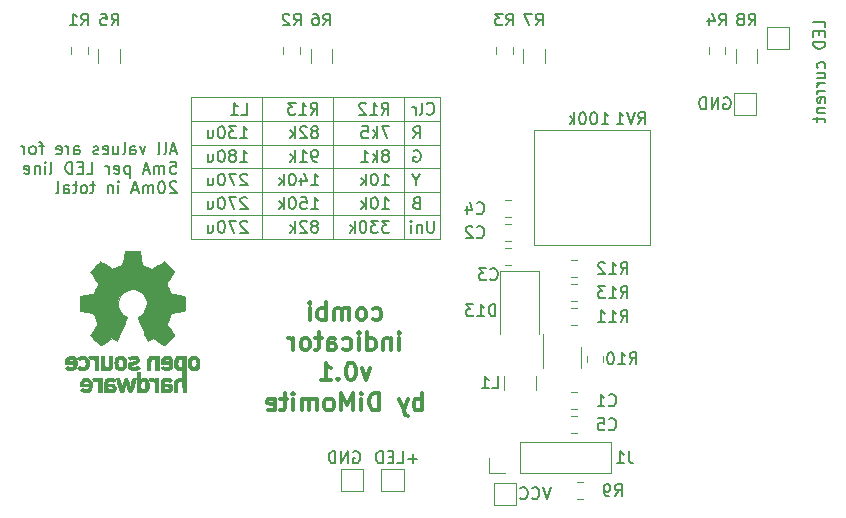
<source format=gbr>
%TF.GenerationSoftware,KiCad,Pcbnew,(5.1.6)-1*%
%TF.CreationDate,2021-04-28T12:46:05+02:00*%
%TF.ProjectId,combi_indicator,636f6d62-695f-4696-9e64-696361746f72,rev?*%
%TF.SameCoordinates,Original*%
%TF.FileFunction,Legend,Bot*%
%TF.FilePolarity,Positive*%
%FSLAX46Y46*%
G04 Gerber Fmt 4.6, Leading zero omitted, Abs format (unit mm)*
G04 Created by KiCad (PCBNEW (5.1.6)-1) date 2021-04-28 12:46:05*
%MOMM*%
%LPD*%
G01*
G04 APERTURE LIST*
%ADD10C,0.150000*%
%ADD11C,0.120000*%
%ADD12C,0.300000*%
%ADD13C,0.010000*%
G04 APERTURE END LIST*
D10*
X74712023Y-90516666D02*
X74235833Y-90516666D01*
X74807261Y-90802380D02*
X74473928Y-89802380D01*
X74140595Y-90802380D01*
X73664404Y-90802380D02*
X73759642Y-90754761D01*
X73807261Y-90659523D01*
X73807261Y-89802380D01*
X73140595Y-90802380D02*
X73235833Y-90754761D01*
X73283452Y-90659523D01*
X73283452Y-89802380D01*
X72092976Y-90135714D02*
X71854880Y-90802380D01*
X71616785Y-90135714D01*
X70807261Y-90802380D02*
X70807261Y-90278571D01*
X70854880Y-90183333D01*
X70950119Y-90135714D01*
X71140595Y-90135714D01*
X71235833Y-90183333D01*
X70807261Y-90754761D02*
X70902500Y-90802380D01*
X71140595Y-90802380D01*
X71235833Y-90754761D01*
X71283452Y-90659523D01*
X71283452Y-90564285D01*
X71235833Y-90469047D01*
X71140595Y-90421428D01*
X70902500Y-90421428D01*
X70807261Y-90373809D01*
X70188214Y-90802380D02*
X70283452Y-90754761D01*
X70331071Y-90659523D01*
X70331071Y-89802380D01*
X69378690Y-90135714D02*
X69378690Y-90802380D01*
X69807261Y-90135714D02*
X69807261Y-90659523D01*
X69759642Y-90754761D01*
X69664404Y-90802380D01*
X69521547Y-90802380D01*
X69426309Y-90754761D01*
X69378690Y-90707142D01*
X68521547Y-90754761D02*
X68616785Y-90802380D01*
X68807261Y-90802380D01*
X68902500Y-90754761D01*
X68950119Y-90659523D01*
X68950119Y-90278571D01*
X68902500Y-90183333D01*
X68807261Y-90135714D01*
X68616785Y-90135714D01*
X68521547Y-90183333D01*
X68473928Y-90278571D01*
X68473928Y-90373809D01*
X68950119Y-90469047D01*
X68092976Y-90754761D02*
X67997738Y-90802380D01*
X67807261Y-90802380D01*
X67712023Y-90754761D01*
X67664404Y-90659523D01*
X67664404Y-90611904D01*
X67712023Y-90516666D01*
X67807261Y-90469047D01*
X67950119Y-90469047D01*
X68045357Y-90421428D01*
X68092976Y-90326190D01*
X68092976Y-90278571D01*
X68045357Y-90183333D01*
X67950119Y-90135714D01*
X67807261Y-90135714D01*
X67712023Y-90183333D01*
X66045357Y-90802380D02*
X66045357Y-90278571D01*
X66092976Y-90183333D01*
X66188214Y-90135714D01*
X66378690Y-90135714D01*
X66473928Y-90183333D01*
X66045357Y-90754761D02*
X66140595Y-90802380D01*
X66378690Y-90802380D01*
X66473928Y-90754761D01*
X66521547Y-90659523D01*
X66521547Y-90564285D01*
X66473928Y-90469047D01*
X66378690Y-90421428D01*
X66140595Y-90421428D01*
X66045357Y-90373809D01*
X65569166Y-90802380D02*
X65569166Y-90135714D01*
X65569166Y-90326190D02*
X65521547Y-90230952D01*
X65473928Y-90183333D01*
X65378690Y-90135714D01*
X65283452Y-90135714D01*
X64569166Y-90754761D02*
X64664404Y-90802380D01*
X64854880Y-90802380D01*
X64950119Y-90754761D01*
X64997738Y-90659523D01*
X64997738Y-90278571D01*
X64950119Y-90183333D01*
X64854880Y-90135714D01*
X64664404Y-90135714D01*
X64569166Y-90183333D01*
X64521547Y-90278571D01*
X64521547Y-90373809D01*
X64997738Y-90469047D01*
X63473928Y-90135714D02*
X63092976Y-90135714D01*
X63331071Y-90802380D02*
X63331071Y-89945238D01*
X63283452Y-89850000D01*
X63188214Y-89802380D01*
X63092976Y-89802380D01*
X62616785Y-90802380D02*
X62712023Y-90754761D01*
X62759642Y-90707142D01*
X62807261Y-90611904D01*
X62807261Y-90326190D01*
X62759642Y-90230952D01*
X62712023Y-90183333D01*
X62616785Y-90135714D01*
X62473928Y-90135714D01*
X62378690Y-90183333D01*
X62331071Y-90230952D01*
X62283452Y-90326190D01*
X62283452Y-90611904D01*
X62331071Y-90707142D01*
X62378690Y-90754761D01*
X62473928Y-90802380D01*
X62616785Y-90802380D01*
X61854880Y-90802380D02*
X61854880Y-90135714D01*
X61854880Y-90326190D02*
X61807261Y-90230952D01*
X61759642Y-90183333D01*
X61664404Y-90135714D01*
X61569166Y-90135714D01*
X74188214Y-91452380D02*
X74664404Y-91452380D01*
X74712023Y-91928571D01*
X74664404Y-91880952D01*
X74569166Y-91833333D01*
X74331071Y-91833333D01*
X74235833Y-91880952D01*
X74188214Y-91928571D01*
X74140595Y-92023809D01*
X74140595Y-92261904D01*
X74188214Y-92357142D01*
X74235833Y-92404761D01*
X74331071Y-92452380D01*
X74569166Y-92452380D01*
X74664404Y-92404761D01*
X74712023Y-92357142D01*
X73712023Y-92452380D02*
X73712023Y-91785714D01*
X73712023Y-91880952D02*
X73664404Y-91833333D01*
X73569166Y-91785714D01*
X73426309Y-91785714D01*
X73331071Y-91833333D01*
X73283452Y-91928571D01*
X73283452Y-92452380D01*
X73283452Y-91928571D02*
X73235833Y-91833333D01*
X73140595Y-91785714D01*
X72997738Y-91785714D01*
X72902500Y-91833333D01*
X72854880Y-91928571D01*
X72854880Y-92452380D01*
X72426309Y-92166666D02*
X71950119Y-92166666D01*
X72521547Y-92452380D02*
X72188214Y-91452380D01*
X71854880Y-92452380D01*
X70759642Y-91785714D02*
X70759642Y-92785714D01*
X70759642Y-91833333D02*
X70664404Y-91785714D01*
X70473928Y-91785714D01*
X70378690Y-91833333D01*
X70331071Y-91880952D01*
X70283452Y-91976190D01*
X70283452Y-92261904D01*
X70331071Y-92357142D01*
X70378690Y-92404761D01*
X70473928Y-92452380D01*
X70664404Y-92452380D01*
X70759642Y-92404761D01*
X69473928Y-92404761D02*
X69569166Y-92452380D01*
X69759642Y-92452380D01*
X69854880Y-92404761D01*
X69902500Y-92309523D01*
X69902500Y-91928571D01*
X69854880Y-91833333D01*
X69759642Y-91785714D01*
X69569166Y-91785714D01*
X69473928Y-91833333D01*
X69426309Y-91928571D01*
X69426309Y-92023809D01*
X69902500Y-92119047D01*
X68997738Y-92452380D02*
X68997738Y-91785714D01*
X68997738Y-91976190D02*
X68950119Y-91880952D01*
X68902500Y-91833333D01*
X68807261Y-91785714D01*
X68712023Y-91785714D01*
X67140595Y-92452380D02*
X67616785Y-92452380D01*
X67616785Y-91452380D01*
X66807261Y-91928571D02*
X66473928Y-91928571D01*
X66331071Y-92452380D02*
X66807261Y-92452380D01*
X66807261Y-91452380D01*
X66331071Y-91452380D01*
X65902500Y-92452380D02*
X65902500Y-91452380D01*
X65664404Y-91452380D01*
X65521547Y-91500000D01*
X65426309Y-91595238D01*
X65378690Y-91690476D01*
X65331071Y-91880952D01*
X65331071Y-92023809D01*
X65378690Y-92214285D01*
X65426309Y-92309523D01*
X65521547Y-92404761D01*
X65664404Y-92452380D01*
X65902500Y-92452380D01*
X63997738Y-92452380D02*
X64092976Y-92404761D01*
X64140595Y-92309523D01*
X64140595Y-91452380D01*
X63616785Y-92452380D02*
X63616785Y-91785714D01*
X63616785Y-91452380D02*
X63664404Y-91500000D01*
X63616785Y-91547619D01*
X63569166Y-91500000D01*
X63616785Y-91452380D01*
X63616785Y-91547619D01*
X63140595Y-91785714D02*
X63140595Y-92452380D01*
X63140595Y-91880952D02*
X63092976Y-91833333D01*
X62997738Y-91785714D01*
X62854880Y-91785714D01*
X62759642Y-91833333D01*
X62712023Y-91928571D01*
X62712023Y-92452380D01*
X61854880Y-92404761D02*
X61950119Y-92452380D01*
X62140595Y-92452380D01*
X62235833Y-92404761D01*
X62283452Y-92309523D01*
X62283452Y-91928571D01*
X62235833Y-91833333D01*
X62140595Y-91785714D01*
X61950119Y-91785714D01*
X61854880Y-91833333D01*
X61807261Y-91928571D01*
X61807261Y-92023809D01*
X62283452Y-92119047D01*
X74712023Y-93197619D02*
X74664404Y-93150000D01*
X74569166Y-93102380D01*
X74331071Y-93102380D01*
X74235833Y-93150000D01*
X74188214Y-93197619D01*
X74140595Y-93292857D01*
X74140595Y-93388095D01*
X74188214Y-93530952D01*
X74759642Y-94102380D01*
X74140595Y-94102380D01*
X73521547Y-93102380D02*
X73426309Y-93102380D01*
X73331071Y-93150000D01*
X73283452Y-93197619D01*
X73235833Y-93292857D01*
X73188214Y-93483333D01*
X73188214Y-93721428D01*
X73235833Y-93911904D01*
X73283452Y-94007142D01*
X73331071Y-94054761D01*
X73426309Y-94102380D01*
X73521547Y-94102380D01*
X73616785Y-94054761D01*
X73664404Y-94007142D01*
X73712023Y-93911904D01*
X73759642Y-93721428D01*
X73759642Y-93483333D01*
X73712023Y-93292857D01*
X73664404Y-93197619D01*
X73616785Y-93150000D01*
X73521547Y-93102380D01*
X72759642Y-94102380D02*
X72759642Y-93435714D01*
X72759642Y-93530952D02*
X72712023Y-93483333D01*
X72616785Y-93435714D01*
X72473928Y-93435714D01*
X72378690Y-93483333D01*
X72331071Y-93578571D01*
X72331071Y-94102380D01*
X72331071Y-93578571D02*
X72283452Y-93483333D01*
X72188214Y-93435714D01*
X72045357Y-93435714D01*
X71950119Y-93483333D01*
X71902500Y-93578571D01*
X71902500Y-94102380D01*
X71473928Y-93816666D02*
X70997738Y-93816666D01*
X71569166Y-94102380D02*
X71235833Y-93102380D01*
X70902500Y-94102380D01*
X69807261Y-94102380D02*
X69807261Y-93435714D01*
X69807261Y-93102380D02*
X69854880Y-93150000D01*
X69807261Y-93197619D01*
X69759642Y-93150000D01*
X69807261Y-93102380D01*
X69807261Y-93197619D01*
X69331071Y-93435714D02*
X69331071Y-94102380D01*
X69331071Y-93530952D02*
X69283452Y-93483333D01*
X69188214Y-93435714D01*
X69045357Y-93435714D01*
X68950119Y-93483333D01*
X68902500Y-93578571D01*
X68902500Y-94102380D01*
X67807261Y-93435714D02*
X67426309Y-93435714D01*
X67664404Y-93102380D02*
X67664404Y-93959523D01*
X67616785Y-94054761D01*
X67521547Y-94102380D01*
X67426309Y-94102380D01*
X66950119Y-94102380D02*
X67045357Y-94054761D01*
X67092976Y-94007142D01*
X67140595Y-93911904D01*
X67140595Y-93626190D01*
X67092976Y-93530952D01*
X67045357Y-93483333D01*
X66950119Y-93435714D01*
X66807261Y-93435714D01*
X66712023Y-93483333D01*
X66664404Y-93530952D01*
X66616785Y-93626190D01*
X66616785Y-93911904D01*
X66664404Y-94007142D01*
X66712023Y-94054761D01*
X66807261Y-94102380D01*
X66950119Y-94102380D01*
X66331071Y-93435714D02*
X65950119Y-93435714D01*
X66188214Y-93102380D02*
X66188214Y-93959523D01*
X66140595Y-94054761D01*
X66045357Y-94102380D01*
X65950119Y-94102380D01*
X65188214Y-94102380D02*
X65188214Y-93578571D01*
X65235833Y-93483333D01*
X65331071Y-93435714D01*
X65521547Y-93435714D01*
X65616785Y-93483333D01*
X65188214Y-94054761D02*
X65283452Y-94102380D01*
X65521547Y-94102380D01*
X65616785Y-94054761D01*
X65664404Y-93959523D01*
X65664404Y-93864285D01*
X65616785Y-93769047D01*
X65521547Y-93721428D01*
X65283452Y-93721428D01*
X65188214Y-93673809D01*
X64569166Y-94102380D02*
X64664404Y-94054761D01*
X64712023Y-93959523D01*
X64712023Y-93102380D01*
X80712023Y-96547619D02*
X80664404Y-96500000D01*
X80569166Y-96452380D01*
X80331071Y-96452380D01*
X80235833Y-96500000D01*
X80188214Y-96547619D01*
X80140595Y-96642857D01*
X80140595Y-96738095D01*
X80188214Y-96880952D01*
X80759642Y-97452380D01*
X80140595Y-97452380D01*
X79807261Y-96452380D02*
X79140595Y-96452380D01*
X79569166Y-97452380D01*
X78569166Y-96452380D02*
X78473928Y-96452380D01*
X78378690Y-96500000D01*
X78331071Y-96547619D01*
X78283452Y-96642857D01*
X78235833Y-96833333D01*
X78235833Y-97071428D01*
X78283452Y-97261904D01*
X78331071Y-97357142D01*
X78378690Y-97404761D01*
X78473928Y-97452380D01*
X78569166Y-97452380D01*
X78664404Y-97404761D01*
X78712023Y-97357142D01*
X78759642Y-97261904D01*
X78807261Y-97071428D01*
X78807261Y-96833333D01*
X78759642Y-96642857D01*
X78712023Y-96547619D01*
X78664404Y-96500000D01*
X78569166Y-96452380D01*
X77378690Y-96785714D02*
X77378690Y-97452380D01*
X77807261Y-96785714D02*
X77807261Y-97309523D01*
X77759642Y-97404761D01*
X77664404Y-97452380D01*
X77521547Y-97452380D01*
X77426309Y-97404761D01*
X77378690Y-97357142D01*
X80712023Y-94547619D02*
X80664404Y-94500000D01*
X80569166Y-94452380D01*
X80331071Y-94452380D01*
X80235833Y-94500000D01*
X80188214Y-94547619D01*
X80140595Y-94642857D01*
X80140595Y-94738095D01*
X80188214Y-94880952D01*
X80759642Y-95452380D01*
X80140595Y-95452380D01*
X79807261Y-94452380D02*
X79140595Y-94452380D01*
X79569166Y-95452380D01*
X78569166Y-94452380D02*
X78473928Y-94452380D01*
X78378690Y-94500000D01*
X78331071Y-94547619D01*
X78283452Y-94642857D01*
X78235833Y-94833333D01*
X78235833Y-95071428D01*
X78283452Y-95261904D01*
X78331071Y-95357142D01*
X78378690Y-95404761D01*
X78473928Y-95452380D01*
X78569166Y-95452380D01*
X78664404Y-95404761D01*
X78712023Y-95357142D01*
X78759642Y-95261904D01*
X78807261Y-95071428D01*
X78807261Y-94833333D01*
X78759642Y-94642857D01*
X78712023Y-94547619D01*
X78664404Y-94500000D01*
X78569166Y-94452380D01*
X77378690Y-94785714D02*
X77378690Y-95452380D01*
X77807261Y-94785714D02*
X77807261Y-95309523D01*
X77759642Y-95404761D01*
X77664404Y-95452380D01*
X77521547Y-95452380D01*
X77426309Y-95404761D01*
X77378690Y-95357142D01*
X80712023Y-92547619D02*
X80664404Y-92500000D01*
X80569166Y-92452380D01*
X80331071Y-92452380D01*
X80235833Y-92500000D01*
X80188214Y-92547619D01*
X80140595Y-92642857D01*
X80140595Y-92738095D01*
X80188214Y-92880952D01*
X80759642Y-93452380D01*
X80140595Y-93452380D01*
X79807261Y-92452380D02*
X79140595Y-92452380D01*
X79569166Y-93452380D01*
X78569166Y-92452380D02*
X78473928Y-92452380D01*
X78378690Y-92500000D01*
X78331071Y-92547619D01*
X78283452Y-92642857D01*
X78235833Y-92833333D01*
X78235833Y-93071428D01*
X78283452Y-93261904D01*
X78331071Y-93357142D01*
X78378690Y-93404761D01*
X78473928Y-93452380D01*
X78569166Y-93452380D01*
X78664404Y-93404761D01*
X78712023Y-93357142D01*
X78759642Y-93261904D01*
X78807261Y-93071428D01*
X78807261Y-92833333D01*
X78759642Y-92642857D01*
X78712023Y-92547619D01*
X78664404Y-92500000D01*
X78569166Y-92452380D01*
X77378690Y-92785714D02*
X77378690Y-93452380D01*
X77807261Y-92785714D02*
X77807261Y-93309523D01*
X77759642Y-93404761D01*
X77664404Y-93452380D01*
X77521547Y-93452380D01*
X77426309Y-93404761D01*
X77378690Y-93357142D01*
X80140595Y-91452380D02*
X80712023Y-91452380D01*
X80426309Y-91452380D02*
X80426309Y-90452380D01*
X80521547Y-90595238D01*
X80616785Y-90690476D01*
X80712023Y-90738095D01*
X79569166Y-90880952D02*
X79664404Y-90833333D01*
X79712023Y-90785714D01*
X79759642Y-90690476D01*
X79759642Y-90642857D01*
X79712023Y-90547619D01*
X79664404Y-90500000D01*
X79569166Y-90452380D01*
X79378690Y-90452380D01*
X79283452Y-90500000D01*
X79235833Y-90547619D01*
X79188214Y-90642857D01*
X79188214Y-90690476D01*
X79235833Y-90785714D01*
X79283452Y-90833333D01*
X79378690Y-90880952D01*
X79569166Y-90880952D01*
X79664404Y-90928571D01*
X79712023Y-90976190D01*
X79759642Y-91071428D01*
X79759642Y-91261904D01*
X79712023Y-91357142D01*
X79664404Y-91404761D01*
X79569166Y-91452380D01*
X79378690Y-91452380D01*
X79283452Y-91404761D01*
X79235833Y-91357142D01*
X79188214Y-91261904D01*
X79188214Y-91071428D01*
X79235833Y-90976190D01*
X79283452Y-90928571D01*
X79378690Y-90880952D01*
X78569166Y-90452380D02*
X78473928Y-90452380D01*
X78378690Y-90500000D01*
X78331071Y-90547619D01*
X78283452Y-90642857D01*
X78235833Y-90833333D01*
X78235833Y-91071428D01*
X78283452Y-91261904D01*
X78331071Y-91357142D01*
X78378690Y-91404761D01*
X78473928Y-91452380D01*
X78569166Y-91452380D01*
X78664404Y-91404761D01*
X78712023Y-91357142D01*
X78759642Y-91261904D01*
X78807261Y-91071428D01*
X78807261Y-90833333D01*
X78759642Y-90642857D01*
X78712023Y-90547619D01*
X78664404Y-90500000D01*
X78569166Y-90452380D01*
X77378690Y-90785714D02*
X77378690Y-91452380D01*
X77807261Y-90785714D02*
X77807261Y-91309523D01*
X77759642Y-91404761D01*
X77664404Y-91452380D01*
X77521547Y-91452380D01*
X77426309Y-91404761D01*
X77378690Y-91357142D01*
X80140595Y-89452380D02*
X80712023Y-89452380D01*
X80426309Y-89452380D02*
X80426309Y-88452380D01*
X80521547Y-88595238D01*
X80616785Y-88690476D01*
X80712023Y-88738095D01*
X79807261Y-88452380D02*
X79188214Y-88452380D01*
X79521547Y-88833333D01*
X79378690Y-88833333D01*
X79283452Y-88880952D01*
X79235833Y-88928571D01*
X79188214Y-89023809D01*
X79188214Y-89261904D01*
X79235833Y-89357142D01*
X79283452Y-89404761D01*
X79378690Y-89452380D01*
X79664404Y-89452380D01*
X79759642Y-89404761D01*
X79807261Y-89357142D01*
X78569166Y-88452380D02*
X78473928Y-88452380D01*
X78378690Y-88500000D01*
X78331071Y-88547619D01*
X78283452Y-88642857D01*
X78235833Y-88833333D01*
X78235833Y-89071428D01*
X78283452Y-89261904D01*
X78331071Y-89357142D01*
X78378690Y-89404761D01*
X78473928Y-89452380D01*
X78569166Y-89452380D01*
X78664404Y-89404761D01*
X78712023Y-89357142D01*
X78759642Y-89261904D01*
X78807261Y-89071428D01*
X78807261Y-88833333D01*
X78759642Y-88642857D01*
X78712023Y-88547619D01*
X78664404Y-88500000D01*
X78569166Y-88452380D01*
X77378690Y-88785714D02*
X77378690Y-89452380D01*
X77807261Y-88785714D02*
X77807261Y-89309523D01*
X77759642Y-89404761D01*
X77664404Y-89452380D01*
X77521547Y-89452380D01*
X77426309Y-89404761D01*
X77378690Y-89357142D01*
X80188214Y-87452380D02*
X80664404Y-87452380D01*
X80664404Y-86452380D01*
X79331071Y-87452380D02*
X79902500Y-87452380D01*
X79616785Y-87452380D02*
X79616785Y-86452380D01*
X79712023Y-86595238D01*
X79807261Y-86690476D01*
X79902500Y-86738095D01*
D11*
X82000000Y-98000000D02*
X82000000Y-86000000D01*
D10*
X92759642Y-96452380D02*
X92140595Y-96452380D01*
X92473928Y-96833333D01*
X92331071Y-96833333D01*
X92235833Y-96880952D01*
X92188214Y-96928571D01*
X92140595Y-97023809D01*
X92140595Y-97261904D01*
X92188214Y-97357142D01*
X92235833Y-97404761D01*
X92331071Y-97452380D01*
X92616785Y-97452380D01*
X92712023Y-97404761D01*
X92759642Y-97357142D01*
X91807261Y-96452380D02*
X91188214Y-96452380D01*
X91521547Y-96833333D01*
X91378690Y-96833333D01*
X91283452Y-96880952D01*
X91235833Y-96928571D01*
X91188214Y-97023809D01*
X91188214Y-97261904D01*
X91235833Y-97357142D01*
X91283452Y-97404761D01*
X91378690Y-97452380D01*
X91664404Y-97452380D01*
X91759642Y-97404761D01*
X91807261Y-97357142D01*
X90569166Y-96452380D02*
X90473928Y-96452380D01*
X90378690Y-96500000D01*
X90331071Y-96547619D01*
X90283452Y-96642857D01*
X90235833Y-96833333D01*
X90235833Y-97071428D01*
X90283452Y-97261904D01*
X90331071Y-97357142D01*
X90378690Y-97404761D01*
X90473928Y-97452380D01*
X90569166Y-97452380D01*
X90664404Y-97404761D01*
X90712023Y-97357142D01*
X90759642Y-97261904D01*
X90807261Y-97071428D01*
X90807261Y-96833333D01*
X90759642Y-96642857D01*
X90712023Y-96547619D01*
X90664404Y-96500000D01*
X90569166Y-96452380D01*
X89807261Y-97452380D02*
X89807261Y-96452380D01*
X89712023Y-97071428D02*
X89426309Y-97452380D01*
X89426309Y-96785714D02*
X89807261Y-97166666D01*
X92140595Y-95452380D02*
X92712023Y-95452380D01*
X92426309Y-95452380D02*
X92426309Y-94452380D01*
X92521547Y-94595238D01*
X92616785Y-94690476D01*
X92712023Y-94738095D01*
X91521547Y-94452380D02*
X91426309Y-94452380D01*
X91331071Y-94500000D01*
X91283452Y-94547619D01*
X91235833Y-94642857D01*
X91188214Y-94833333D01*
X91188214Y-95071428D01*
X91235833Y-95261904D01*
X91283452Y-95357142D01*
X91331071Y-95404761D01*
X91426309Y-95452380D01*
X91521547Y-95452380D01*
X91616785Y-95404761D01*
X91664404Y-95357142D01*
X91712023Y-95261904D01*
X91759642Y-95071428D01*
X91759642Y-94833333D01*
X91712023Y-94642857D01*
X91664404Y-94547619D01*
X91616785Y-94500000D01*
X91521547Y-94452380D01*
X90759642Y-95452380D02*
X90759642Y-94452380D01*
X90664404Y-95071428D02*
X90378690Y-95452380D01*
X90378690Y-94785714D02*
X90759642Y-95166666D01*
X92140595Y-93452380D02*
X92712023Y-93452380D01*
X92426309Y-93452380D02*
X92426309Y-92452380D01*
X92521547Y-92595238D01*
X92616785Y-92690476D01*
X92712023Y-92738095D01*
X91521547Y-92452380D02*
X91426309Y-92452380D01*
X91331071Y-92500000D01*
X91283452Y-92547619D01*
X91235833Y-92642857D01*
X91188214Y-92833333D01*
X91188214Y-93071428D01*
X91235833Y-93261904D01*
X91283452Y-93357142D01*
X91331071Y-93404761D01*
X91426309Y-93452380D01*
X91521547Y-93452380D01*
X91616785Y-93404761D01*
X91664404Y-93357142D01*
X91712023Y-93261904D01*
X91759642Y-93071428D01*
X91759642Y-92833333D01*
X91712023Y-92642857D01*
X91664404Y-92547619D01*
X91616785Y-92500000D01*
X91521547Y-92452380D01*
X90759642Y-93452380D02*
X90759642Y-92452380D01*
X90664404Y-93071428D02*
X90378690Y-93452380D01*
X90378690Y-92785714D02*
X90759642Y-93166666D01*
X92521547Y-90880952D02*
X92616785Y-90833333D01*
X92664404Y-90785714D01*
X92712023Y-90690476D01*
X92712023Y-90642857D01*
X92664404Y-90547619D01*
X92616785Y-90500000D01*
X92521547Y-90452380D01*
X92331071Y-90452380D01*
X92235833Y-90500000D01*
X92188214Y-90547619D01*
X92140595Y-90642857D01*
X92140595Y-90690476D01*
X92188214Y-90785714D01*
X92235833Y-90833333D01*
X92331071Y-90880952D01*
X92521547Y-90880952D01*
X92616785Y-90928571D01*
X92664404Y-90976190D01*
X92712023Y-91071428D01*
X92712023Y-91261904D01*
X92664404Y-91357142D01*
X92616785Y-91404761D01*
X92521547Y-91452380D01*
X92331071Y-91452380D01*
X92235833Y-91404761D01*
X92188214Y-91357142D01*
X92140595Y-91261904D01*
X92140595Y-91071428D01*
X92188214Y-90976190D01*
X92235833Y-90928571D01*
X92331071Y-90880952D01*
X91712023Y-91452380D02*
X91712023Y-90452380D01*
X91616785Y-91071428D02*
X91331071Y-91452380D01*
X91331071Y-90785714D02*
X91712023Y-91166666D01*
X90378690Y-91452380D02*
X90950119Y-91452380D01*
X90664404Y-91452380D02*
X90664404Y-90452380D01*
X90759642Y-90595238D01*
X90854880Y-90690476D01*
X90950119Y-90738095D01*
X92759642Y-88452380D02*
X92092976Y-88452380D01*
X92521547Y-89452380D01*
X91712023Y-89452380D02*
X91712023Y-88452380D01*
X91616785Y-89071428D02*
X91331071Y-89452380D01*
X91331071Y-88785714D02*
X91712023Y-89166666D01*
X90426309Y-88452380D02*
X90902500Y-88452380D01*
X90950119Y-88928571D01*
X90902500Y-88880952D01*
X90807261Y-88833333D01*
X90569166Y-88833333D01*
X90473928Y-88880952D01*
X90426309Y-88928571D01*
X90378690Y-89023809D01*
X90378690Y-89261904D01*
X90426309Y-89357142D01*
X90473928Y-89404761D01*
X90569166Y-89452380D01*
X90807261Y-89452380D01*
X90902500Y-89404761D01*
X90950119Y-89357142D01*
X86521547Y-96880952D02*
X86616785Y-96833333D01*
X86664404Y-96785714D01*
X86712023Y-96690476D01*
X86712023Y-96642857D01*
X86664404Y-96547619D01*
X86616785Y-96500000D01*
X86521547Y-96452380D01*
X86331071Y-96452380D01*
X86235833Y-96500000D01*
X86188214Y-96547619D01*
X86140595Y-96642857D01*
X86140595Y-96690476D01*
X86188214Y-96785714D01*
X86235833Y-96833333D01*
X86331071Y-96880952D01*
X86521547Y-96880952D01*
X86616785Y-96928571D01*
X86664404Y-96976190D01*
X86712023Y-97071428D01*
X86712023Y-97261904D01*
X86664404Y-97357142D01*
X86616785Y-97404761D01*
X86521547Y-97452380D01*
X86331071Y-97452380D01*
X86235833Y-97404761D01*
X86188214Y-97357142D01*
X86140595Y-97261904D01*
X86140595Y-97071428D01*
X86188214Y-96976190D01*
X86235833Y-96928571D01*
X86331071Y-96880952D01*
X85759642Y-96547619D02*
X85712023Y-96500000D01*
X85616785Y-96452380D01*
X85378690Y-96452380D01*
X85283452Y-96500000D01*
X85235833Y-96547619D01*
X85188214Y-96642857D01*
X85188214Y-96738095D01*
X85235833Y-96880952D01*
X85807261Y-97452380D01*
X85188214Y-97452380D01*
X84759642Y-97452380D02*
X84759642Y-96452380D01*
X84664404Y-97071428D02*
X84378690Y-97452380D01*
X84378690Y-96785714D02*
X84759642Y-97166666D01*
X86140595Y-95452380D02*
X86712023Y-95452380D01*
X86426309Y-95452380D02*
X86426309Y-94452380D01*
X86521547Y-94595238D01*
X86616785Y-94690476D01*
X86712023Y-94738095D01*
X85235833Y-94452380D02*
X85712023Y-94452380D01*
X85759642Y-94928571D01*
X85712023Y-94880952D01*
X85616785Y-94833333D01*
X85378690Y-94833333D01*
X85283452Y-94880952D01*
X85235833Y-94928571D01*
X85188214Y-95023809D01*
X85188214Y-95261904D01*
X85235833Y-95357142D01*
X85283452Y-95404761D01*
X85378690Y-95452380D01*
X85616785Y-95452380D01*
X85712023Y-95404761D01*
X85759642Y-95357142D01*
X84569166Y-94452380D02*
X84473928Y-94452380D01*
X84378690Y-94500000D01*
X84331071Y-94547619D01*
X84283452Y-94642857D01*
X84235833Y-94833333D01*
X84235833Y-95071428D01*
X84283452Y-95261904D01*
X84331071Y-95357142D01*
X84378690Y-95404761D01*
X84473928Y-95452380D01*
X84569166Y-95452380D01*
X84664404Y-95404761D01*
X84712023Y-95357142D01*
X84759642Y-95261904D01*
X84807261Y-95071428D01*
X84807261Y-94833333D01*
X84759642Y-94642857D01*
X84712023Y-94547619D01*
X84664404Y-94500000D01*
X84569166Y-94452380D01*
X83807261Y-95452380D02*
X83807261Y-94452380D01*
X83712023Y-95071428D02*
X83426309Y-95452380D01*
X83426309Y-94785714D02*
X83807261Y-95166666D01*
X86140595Y-93452380D02*
X86712023Y-93452380D01*
X86426309Y-93452380D02*
X86426309Y-92452380D01*
X86521547Y-92595238D01*
X86616785Y-92690476D01*
X86712023Y-92738095D01*
X85283452Y-92785714D02*
X85283452Y-93452380D01*
X85521547Y-92404761D02*
X85759642Y-93119047D01*
X85140595Y-93119047D01*
X84569166Y-92452380D02*
X84473928Y-92452380D01*
X84378690Y-92500000D01*
X84331071Y-92547619D01*
X84283452Y-92642857D01*
X84235833Y-92833333D01*
X84235833Y-93071428D01*
X84283452Y-93261904D01*
X84331071Y-93357142D01*
X84378690Y-93404761D01*
X84473928Y-93452380D01*
X84569166Y-93452380D01*
X84664404Y-93404761D01*
X84712023Y-93357142D01*
X84759642Y-93261904D01*
X84807261Y-93071428D01*
X84807261Y-92833333D01*
X84759642Y-92642857D01*
X84712023Y-92547619D01*
X84664404Y-92500000D01*
X84569166Y-92452380D01*
X83807261Y-93452380D02*
X83807261Y-92452380D01*
X83712023Y-93071428D02*
X83426309Y-93452380D01*
X83426309Y-92785714D02*
X83807261Y-93166666D01*
X86616785Y-91452380D02*
X86426309Y-91452380D01*
X86331071Y-91404761D01*
X86283452Y-91357142D01*
X86188214Y-91214285D01*
X86140595Y-91023809D01*
X86140595Y-90642857D01*
X86188214Y-90547619D01*
X86235833Y-90500000D01*
X86331071Y-90452380D01*
X86521547Y-90452380D01*
X86616785Y-90500000D01*
X86664404Y-90547619D01*
X86712023Y-90642857D01*
X86712023Y-90880952D01*
X86664404Y-90976190D01*
X86616785Y-91023809D01*
X86521547Y-91071428D01*
X86331071Y-91071428D01*
X86235833Y-91023809D01*
X86188214Y-90976190D01*
X86140595Y-90880952D01*
X85188214Y-91452380D02*
X85759642Y-91452380D01*
X85473928Y-91452380D02*
X85473928Y-90452380D01*
X85569166Y-90595238D01*
X85664404Y-90690476D01*
X85759642Y-90738095D01*
X84759642Y-91452380D02*
X84759642Y-90452380D01*
X84664404Y-91071428D02*
X84378690Y-91452380D01*
X84378690Y-90785714D02*
X84759642Y-91166666D01*
X86521547Y-88880952D02*
X86616785Y-88833333D01*
X86664404Y-88785714D01*
X86712023Y-88690476D01*
X86712023Y-88642857D01*
X86664404Y-88547619D01*
X86616785Y-88500000D01*
X86521547Y-88452380D01*
X86331071Y-88452380D01*
X86235833Y-88500000D01*
X86188214Y-88547619D01*
X86140595Y-88642857D01*
X86140595Y-88690476D01*
X86188214Y-88785714D01*
X86235833Y-88833333D01*
X86331071Y-88880952D01*
X86521547Y-88880952D01*
X86616785Y-88928571D01*
X86664404Y-88976190D01*
X86712023Y-89071428D01*
X86712023Y-89261904D01*
X86664404Y-89357142D01*
X86616785Y-89404761D01*
X86521547Y-89452380D01*
X86331071Y-89452380D01*
X86235833Y-89404761D01*
X86188214Y-89357142D01*
X86140595Y-89261904D01*
X86140595Y-89071428D01*
X86188214Y-88976190D01*
X86235833Y-88928571D01*
X86331071Y-88880952D01*
X85759642Y-88547619D02*
X85712023Y-88500000D01*
X85616785Y-88452380D01*
X85378690Y-88452380D01*
X85283452Y-88500000D01*
X85235833Y-88547619D01*
X85188214Y-88642857D01*
X85188214Y-88738095D01*
X85235833Y-88880952D01*
X85807261Y-89452380D01*
X85188214Y-89452380D01*
X84759642Y-89452380D02*
X84759642Y-88452380D01*
X84664404Y-89071428D02*
X84378690Y-89452380D01*
X84378690Y-88785714D02*
X84759642Y-89166666D01*
X86092976Y-87452380D02*
X86426309Y-86976190D01*
X86664404Y-87452380D02*
X86664404Y-86452380D01*
X86283452Y-86452380D01*
X86188214Y-86500000D01*
X86140595Y-86547619D01*
X86092976Y-86642857D01*
X86092976Y-86785714D01*
X86140595Y-86880952D01*
X86188214Y-86928571D01*
X86283452Y-86976190D01*
X86664404Y-86976190D01*
X85140595Y-87452380D02*
X85712023Y-87452380D01*
X85426309Y-87452380D02*
X85426309Y-86452380D01*
X85521547Y-86595238D01*
X85616785Y-86690476D01*
X85712023Y-86738095D01*
X84807261Y-86452380D02*
X84188214Y-86452380D01*
X84521547Y-86833333D01*
X84378690Y-86833333D01*
X84283452Y-86880952D01*
X84235833Y-86928571D01*
X84188214Y-87023809D01*
X84188214Y-87261904D01*
X84235833Y-87357142D01*
X84283452Y-87404761D01*
X84378690Y-87452380D01*
X84664404Y-87452380D01*
X84759642Y-87404761D01*
X84807261Y-87357142D01*
X92092976Y-87452380D02*
X92426309Y-86976190D01*
X92664404Y-87452380D02*
X92664404Y-86452380D01*
X92283452Y-86452380D01*
X92188214Y-86500000D01*
X92140595Y-86547619D01*
X92092976Y-86642857D01*
X92092976Y-86785714D01*
X92140595Y-86880952D01*
X92188214Y-86928571D01*
X92283452Y-86976190D01*
X92664404Y-86976190D01*
X91140595Y-87452380D02*
X91712023Y-87452380D01*
X91426309Y-87452380D02*
X91426309Y-86452380D01*
X91521547Y-86595238D01*
X91616785Y-86690476D01*
X91712023Y-86738095D01*
X90759642Y-86547619D02*
X90712023Y-86500000D01*
X90616785Y-86452380D01*
X90378690Y-86452380D01*
X90283452Y-86500000D01*
X90235833Y-86547619D01*
X90188214Y-86642857D01*
X90188214Y-86738095D01*
X90235833Y-86880952D01*
X90807261Y-87452380D01*
X90188214Y-87452380D01*
X96537976Y-96452380D02*
X96537976Y-97261904D01*
X96490357Y-97357142D01*
X96442738Y-97404761D01*
X96347500Y-97452380D01*
X96157023Y-97452380D01*
X96061785Y-97404761D01*
X96014166Y-97357142D01*
X95966547Y-97261904D01*
X95966547Y-96452380D01*
X95490357Y-96785714D02*
X95490357Y-97452380D01*
X95490357Y-96880952D02*
X95442738Y-96833333D01*
X95347500Y-96785714D01*
X95204642Y-96785714D01*
X95109404Y-96833333D01*
X95061785Y-96928571D01*
X95061785Y-97452380D01*
X94585595Y-97452380D02*
X94585595Y-96785714D01*
X94585595Y-96452380D02*
X94633214Y-96500000D01*
X94585595Y-96547619D01*
X94537976Y-96500000D01*
X94585595Y-96452380D01*
X94585595Y-96547619D01*
D11*
X97000000Y-96000000D02*
X76000000Y-96000000D01*
X97000000Y-94000000D02*
X76000000Y-94000000D01*
X97000000Y-92000000D02*
X76000000Y-92000000D01*
X97000000Y-90000000D02*
X76000000Y-90000000D01*
D10*
X95026071Y-94928571D02*
X94883214Y-94976190D01*
X94835595Y-95023809D01*
X94787976Y-95119047D01*
X94787976Y-95261904D01*
X94835595Y-95357142D01*
X94883214Y-95404761D01*
X94978452Y-95452380D01*
X95359404Y-95452380D01*
X95359404Y-94452380D01*
X95026071Y-94452380D01*
X94930833Y-94500000D01*
X94883214Y-94547619D01*
X94835595Y-94642857D01*
X94835595Y-94738095D01*
X94883214Y-94833333D01*
X94930833Y-94880952D01*
X95026071Y-94928571D01*
X95359404Y-94928571D01*
X95026071Y-92976190D02*
X95026071Y-93452380D01*
X95359404Y-92452380D02*
X95026071Y-92976190D01*
X94692738Y-92452380D01*
X94835595Y-90500000D02*
X94930833Y-90452380D01*
X95073690Y-90452380D01*
X95216547Y-90500000D01*
X95311785Y-90595238D01*
X95359404Y-90690476D01*
X95407023Y-90880952D01*
X95407023Y-91023809D01*
X95359404Y-91214285D01*
X95311785Y-91309523D01*
X95216547Y-91404761D01*
X95073690Y-91452380D01*
X94978452Y-91452380D01*
X94835595Y-91404761D01*
X94787976Y-91357142D01*
X94787976Y-91023809D01*
X94978452Y-91023809D01*
X94787976Y-89452380D02*
X95121309Y-88976190D01*
X95359404Y-89452380D02*
X95359404Y-88452380D01*
X94978452Y-88452380D01*
X94883214Y-88500000D01*
X94835595Y-88547619D01*
X94787976Y-88642857D01*
X94787976Y-88785714D01*
X94835595Y-88880952D01*
X94883214Y-88928571D01*
X94978452Y-88976190D01*
X95359404Y-88976190D01*
D11*
X97000000Y-88000000D02*
X76000000Y-88000000D01*
D10*
X95930833Y-87357142D02*
X95978452Y-87404761D01*
X96121309Y-87452380D01*
X96216547Y-87452380D01*
X96359404Y-87404761D01*
X96454642Y-87309523D01*
X96502261Y-87214285D01*
X96549880Y-87023809D01*
X96549880Y-86880952D01*
X96502261Y-86690476D01*
X96454642Y-86595238D01*
X96359404Y-86500000D01*
X96216547Y-86452380D01*
X96121309Y-86452380D01*
X95978452Y-86500000D01*
X95930833Y-86547619D01*
X95359404Y-87452380D02*
X95454642Y-87404761D01*
X95502261Y-87309523D01*
X95502261Y-86452380D01*
X94978452Y-87452380D02*
X94978452Y-86785714D01*
X94978452Y-86976190D02*
X94930833Y-86880952D01*
X94883214Y-86833333D01*
X94787976Y-86785714D01*
X94692738Y-86785714D01*
D11*
X88000000Y-86000000D02*
X88000000Y-98000000D01*
X94000000Y-86000000D02*
X94000000Y-98000000D01*
X76000000Y-86000000D02*
X97000000Y-86000000D01*
X76000000Y-98000000D02*
X76000000Y-86000000D01*
X97000000Y-98000000D02*
X76000000Y-98000000D01*
X97000000Y-86000000D02*
X97000000Y-98000000D01*
D12*
X91357142Y-104782142D02*
X91500000Y-104853571D01*
X91785714Y-104853571D01*
X91928571Y-104782142D01*
X92000000Y-104710714D01*
X92071428Y-104567857D01*
X92071428Y-104139285D01*
X92000000Y-103996428D01*
X91928571Y-103925000D01*
X91785714Y-103853571D01*
X91500000Y-103853571D01*
X91357142Y-103925000D01*
X90500000Y-104853571D02*
X90642857Y-104782142D01*
X90714285Y-104710714D01*
X90785714Y-104567857D01*
X90785714Y-104139285D01*
X90714285Y-103996428D01*
X90642857Y-103925000D01*
X90500000Y-103853571D01*
X90285714Y-103853571D01*
X90142857Y-103925000D01*
X90071428Y-103996428D01*
X90000000Y-104139285D01*
X90000000Y-104567857D01*
X90071428Y-104710714D01*
X90142857Y-104782142D01*
X90285714Y-104853571D01*
X90500000Y-104853571D01*
X89357142Y-104853571D02*
X89357142Y-103853571D01*
X89357142Y-103996428D02*
X89285714Y-103925000D01*
X89142857Y-103853571D01*
X88928571Y-103853571D01*
X88785714Y-103925000D01*
X88714285Y-104067857D01*
X88714285Y-104853571D01*
X88714285Y-104067857D02*
X88642857Y-103925000D01*
X88500000Y-103853571D01*
X88285714Y-103853571D01*
X88142857Y-103925000D01*
X88071428Y-104067857D01*
X88071428Y-104853571D01*
X87357142Y-104853571D02*
X87357142Y-103353571D01*
X87357142Y-103925000D02*
X87214285Y-103853571D01*
X86928571Y-103853571D01*
X86785714Y-103925000D01*
X86714285Y-103996428D01*
X86642857Y-104139285D01*
X86642857Y-104567857D01*
X86714285Y-104710714D01*
X86785714Y-104782142D01*
X86928571Y-104853571D01*
X87214285Y-104853571D01*
X87357142Y-104782142D01*
X86000000Y-104853571D02*
X86000000Y-103853571D01*
X86000000Y-103353571D02*
X86071428Y-103425000D01*
X86000000Y-103496428D01*
X85928571Y-103425000D01*
X86000000Y-103353571D01*
X86000000Y-103496428D01*
X93607142Y-107403571D02*
X93607142Y-106403571D01*
X93607142Y-105903571D02*
X93678571Y-105975000D01*
X93607142Y-106046428D01*
X93535714Y-105975000D01*
X93607142Y-105903571D01*
X93607142Y-106046428D01*
X92892857Y-106403571D02*
X92892857Y-107403571D01*
X92892857Y-106546428D02*
X92821428Y-106475000D01*
X92678571Y-106403571D01*
X92464285Y-106403571D01*
X92321428Y-106475000D01*
X92250000Y-106617857D01*
X92250000Y-107403571D01*
X90892857Y-107403571D02*
X90892857Y-105903571D01*
X90892857Y-107332142D02*
X91035714Y-107403571D01*
X91321428Y-107403571D01*
X91464285Y-107332142D01*
X91535714Y-107260714D01*
X91607142Y-107117857D01*
X91607142Y-106689285D01*
X91535714Y-106546428D01*
X91464285Y-106475000D01*
X91321428Y-106403571D01*
X91035714Y-106403571D01*
X90892857Y-106475000D01*
X90178571Y-107403571D02*
X90178571Y-106403571D01*
X90178571Y-105903571D02*
X90250000Y-105975000D01*
X90178571Y-106046428D01*
X90107142Y-105975000D01*
X90178571Y-105903571D01*
X90178571Y-106046428D01*
X88821428Y-107332142D02*
X88964285Y-107403571D01*
X89250000Y-107403571D01*
X89392857Y-107332142D01*
X89464285Y-107260714D01*
X89535714Y-107117857D01*
X89535714Y-106689285D01*
X89464285Y-106546428D01*
X89392857Y-106475000D01*
X89250000Y-106403571D01*
X88964285Y-106403571D01*
X88821428Y-106475000D01*
X87535714Y-107403571D02*
X87535714Y-106617857D01*
X87607142Y-106475000D01*
X87750000Y-106403571D01*
X88035714Y-106403571D01*
X88178571Y-106475000D01*
X87535714Y-107332142D02*
X87678571Y-107403571D01*
X88035714Y-107403571D01*
X88178571Y-107332142D01*
X88250000Y-107189285D01*
X88250000Y-107046428D01*
X88178571Y-106903571D01*
X88035714Y-106832142D01*
X87678571Y-106832142D01*
X87535714Y-106760714D01*
X87035714Y-106403571D02*
X86464285Y-106403571D01*
X86821428Y-105903571D02*
X86821428Y-107189285D01*
X86750000Y-107332142D01*
X86607142Y-107403571D01*
X86464285Y-107403571D01*
X85750000Y-107403571D02*
X85892857Y-107332142D01*
X85964285Y-107260714D01*
X86035714Y-107117857D01*
X86035714Y-106689285D01*
X85964285Y-106546428D01*
X85892857Y-106475000D01*
X85750000Y-106403571D01*
X85535714Y-106403571D01*
X85392857Y-106475000D01*
X85321428Y-106546428D01*
X85250000Y-106689285D01*
X85250000Y-107117857D01*
X85321428Y-107260714D01*
X85392857Y-107332142D01*
X85535714Y-107403571D01*
X85750000Y-107403571D01*
X84607142Y-107403571D02*
X84607142Y-106403571D01*
X84607142Y-106689285D02*
X84535714Y-106546428D01*
X84464285Y-106475000D01*
X84321428Y-106403571D01*
X84178571Y-106403571D01*
X91142857Y-108953571D02*
X90785714Y-109953571D01*
X90428571Y-108953571D01*
X89571428Y-108453571D02*
X89428571Y-108453571D01*
X89285714Y-108525000D01*
X89214285Y-108596428D01*
X89142857Y-108739285D01*
X89071428Y-109025000D01*
X89071428Y-109382142D01*
X89142857Y-109667857D01*
X89214285Y-109810714D01*
X89285714Y-109882142D01*
X89428571Y-109953571D01*
X89571428Y-109953571D01*
X89714285Y-109882142D01*
X89785714Y-109810714D01*
X89857142Y-109667857D01*
X89928571Y-109382142D01*
X89928571Y-109025000D01*
X89857142Y-108739285D01*
X89785714Y-108596428D01*
X89714285Y-108525000D01*
X89571428Y-108453571D01*
X88428571Y-109810714D02*
X88357142Y-109882142D01*
X88428571Y-109953571D01*
X88500000Y-109882142D01*
X88428571Y-109810714D01*
X88428571Y-109953571D01*
X86928571Y-109953571D02*
X87785714Y-109953571D01*
X87357142Y-109953571D02*
X87357142Y-108453571D01*
X87500000Y-108667857D01*
X87642857Y-108810714D01*
X87785714Y-108882142D01*
X95535714Y-112503571D02*
X95535714Y-111003571D01*
X95535714Y-111575000D02*
X95392857Y-111503571D01*
X95107142Y-111503571D01*
X94964285Y-111575000D01*
X94892857Y-111646428D01*
X94821428Y-111789285D01*
X94821428Y-112217857D01*
X94892857Y-112360714D01*
X94964285Y-112432142D01*
X95107142Y-112503571D01*
X95392857Y-112503571D01*
X95535714Y-112432142D01*
X94321428Y-111503571D02*
X93964285Y-112503571D01*
X93607142Y-111503571D02*
X93964285Y-112503571D01*
X94107142Y-112860714D01*
X94178571Y-112932142D01*
X94321428Y-113003571D01*
X91892857Y-112503571D02*
X91892857Y-111003571D01*
X91535714Y-111003571D01*
X91321428Y-111075000D01*
X91178571Y-111217857D01*
X91107142Y-111360714D01*
X91035714Y-111646428D01*
X91035714Y-111860714D01*
X91107142Y-112146428D01*
X91178571Y-112289285D01*
X91321428Y-112432142D01*
X91535714Y-112503571D01*
X91892857Y-112503571D01*
X90392857Y-112503571D02*
X90392857Y-111503571D01*
X90392857Y-111003571D02*
X90464285Y-111075000D01*
X90392857Y-111146428D01*
X90321428Y-111075000D01*
X90392857Y-111003571D01*
X90392857Y-111146428D01*
X89678571Y-112503571D02*
X89678571Y-111003571D01*
X89178571Y-112075000D01*
X88678571Y-111003571D01*
X88678571Y-112503571D01*
X87750000Y-112503571D02*
X87892857Y-112432142D01*
X87964285Y-112360714D01*
X88035714Y-112217857D01*
X88035714Y-111789285D01*
X87964285Y-111646428D01*
X87892857Y-111575000D01*
X87750000Y-111503571D01*
X87535714Y-111503571D01*
X87392857Y-111575000D01*
X87321428Y-111646428D01*
X87250000Y-111789285D01*
X87250000Y-112217857D01*
X87321428Y-112360714D01*
X87392857Y-112432142D01*
X87535714Y-112503571D01*
X87750000Y-112503571D01*
X86607142Y-112503571D02*
X86607142Y-111503571D01*
X86607142Y-111646428D02*
X86535714Y-111575000D01*
X86392857Y-111503571D01*
X86178571Y-111503571D01*
X86035714Y-111575000D01*
X85964285Y-111717857D01*
X85964285Y-112503571D01*
X85964285Y-111717857D02*
X85892857Y-111575000D01*
X85750000Y-111503571D01*
X85535714Y-111503571D01*
X85392857Y-111575000D01*
X85321428Y-111717857D01*
X85321428Y-112503571D01*
X84607142Y-112503571D02*
X84607142Y-111503571D01*
X84607142Y-111003571D02*
X84678571Y-111075000D01*
X84607142Y-111146428D01*
X84535714Y-111075000D01*
X84607142Y-111003571D01*
X84607142Y-111146428D01*
X84107142Y-111503571D02*
X83535714Y-111503571D01*
X83892857Y-111003571D02*
X83892857Y-112289285D01*
X83821428Y-112432142D01*
X83678571Y-112503571D01*
X83535714Y-112503571D01*
X82464285Y-112432142D02*
X82607142Y-112503571D01*
X82892857Y-112503571D01*
X83035714Y-112432142D01*
X83107142Y-112289285D01*
X83107142Y-111717857D01*
X83035714Y-111575000D01*
X82892857Y-111503571D01*
X82607142Y-111503571D01*
X82464285Y-111575000D01*
X82392857Y-111717857D01*
X82392857Y-111860714D01*
X83107142Y-112003571D01*
D11*
%TO.C,+LED*%
X92065000Y-117465000D02*
X92065000Y-119365000D01*
X93965000Y-117465000D02*
X92065000Y-117465000D01*
X93965000Y-119365000D02*
X93965000Y-117465000D01*
X92065000Y-119365000D02*
X93965000Y-119365000D01*
%TO.C,LED current*%
X124704000Y-80000000D02*
X124704000Y-81900000D01*
X126604000Y-80000000D02*
X124704000Y-80000000D01*
X126604000Y-81900000D02*
X126604000Y-80000000D01*
X124704000Y-81900000D02*
X126604000Y-81900000D01*
%TO.C,VCC*%
X101590000Y-118608000D02*
X101590000Y-120508000D01*
X103490000Y-118608000D02*
X101590000Y-118608000D01*
X103490000Y-120508000D02*
X103490000Y-118608000D01*
X101590000Y-120508000D02*
X103490000Y-120508000D01*
%TO.C,GND*%
X88636000Y-117465000D02*
X88636000Y-119365000D01*
X90536000Y-117465000D02*
X88636000Y-117465000D01*
X90536000Y-119365000D02*
X90536000Y-117465000D01*
X88636000Y-119365000D02*
X90536000Y-119365000D01*
X121910000Y-85588000D02*
X121910000Y-87488000D01*
X123810000Y-85588000D02*
X121910000Y-85588000D01*
X123810000Y-87488000D02*
X123810000Y-85588000D01*
X121910000Y-87488000D02*
X123810000Y-87488000D01*
%TO.C,R13*%
X108129748Y-103250000D02*
X108652252Y-103250000D01*
X108129748Y-101830000D02*
X108652252Y-101830000D01*
%TO.C,C1*%
X108652252Y-110974000D02*
X108129748Y-110974000D01*
X108652252Y-112394000D02*
X108129748Y-112394000D01*
D13*
%TO.C,REF\u002A\u002A*%
G36*
X74780091Y-107909560D02*
G01*
X74727588Y-107935499D01*
X74662842Y-107980700D01*
X74615653Y-108029991D01*
X74583335Y-108091885D01*
X74563203Y-108174896D01*
X74552570Y-108287538D01*
X74548753Y-108438324D01*
X74548530Y-108503149D01*
X74549182Y-108645221D01*
X74551888Y-108746757D01*
X74557776Y-108817015D01*
X74567973Y-108865256D01*
X74583606Y-108900738D01*
X74599872Y-108924943D01*
X74703705Y-109027929D01*
X74825979Y-109089874D01*
X74957886Y-109108506D01*
X75090616Y-109081549D01*
X75132667Y-109062486D01*
X75233334Y-109010015D01*
X75233334Y-109832259D01*
X75159865Y-109794267D01*
X75063059Y-109764872D01*
X74944072Y-109757342D01*
X74825255Y-109771245D01*
X74735527Y-109802476D01*
X74661101Y-109861954D01*
X74597510Y-109947066D01*
X74592729Y-109955805D01*
X74572563Y-109996966D01*
X74557835Y-110038454D01*
X74547697Y-110088713D01*
X74541301Y-110156184D01*
X74537799Y-110249309D01*
X74536342Y-110376531D01*
X74536079Y-110519701D01*
X74536079Y-110976471D01*
X74810000Y-110976471D01*
X74810000Y-110134231D01*
X74886617Y-110069763D01*
X74966207Y-110018194D01*
X75041578Y-110008818D01*
X75117367Y-110032947D01*
X75157759Y-110056574D01*
X75187821Y-110090227D01*
X75209203Y-110141087D01*
X75223550Y-110216334D01*
X75232510Y-110323146D01*
X75237730Y-110468704D01*
X75239569Y-110565588D01*
X75245785Y-110964020D01*
X75376520Y-110971547D01*
X75507255Y-110979073D01*
X75507255Y-108506582D01*
X75233334Y-108506582D01*
X75226350Y-108644423D01*
X75202818Y-108740107D01*
X75158865Y-108799641D01*
X75090618Y-108829029D01*
X75021667Y-108834902D01*
X74943614Y-108828154D01*
X74891811Y-108801594D01*
X74859417Y-108766499D01*
X74833916Y-108728752D01*
X74818735Y-108686700D01*
X74811981Y-108627779D01*
X74811759Y-108539428D01*
X74814032Y-108465448D01*
X74819251Y-108354000D01*
X74827021Y-108280833D01*
X74840105Y-108234422D01*
X74861268Y-108203244D01*
X74881240Y-108185223D01*
X74964686Y-108145925D01*
X75063449Y-108139579D01*
X75120159Y-108153116D01*
X75176308Y-108201233D01*
X75213501Y-108294833D01*
X75231528Y-108433254D01*
X75233334Y-108506582D01*
X75507255Y-108506582D01*
X75507255Y-107888628D01*
X75370295Y-107888628D01*
X75288065Y-107891879D01*
X75245640Y-107903426D01*
X75233339Y-107925952D01*
X75233334Y-107926620D01*
X75227626Y-107948681D01*
X75202453Y-107946176D01*
X75152402Y-107921935D01*
X75035781Y-107884851D01*
X74904571Y-107880953D01*
X74780091Y-107909560D01*
G37*
X74780091Y-107909560D02*
X74727588Y-107935499D01*
X74662842Y-107980700D01*
X74615653Y-108029991D01*
X74583335Y-108091885D01*
X74563203Y-108174896D01*
X74552570Y-108287538D01*
X74548753Y-108438324D01*
X74548530Y-108503149D01*
X74549182Y-108645221D01*
X74551888Y-108746757D01*
X74557776Y-108817015D01*
X74567973Y-108865256D01*
X74583606Y-108900738D01*
X74599872Y-108924943D01*
X74703705Y-109027929D01*
X74825979Y-109089874D01*
X74957886Y-109108506D01*
X75090616Y-109081549D01*
X75132667Y-109062486D01*
X75233334Y-109010015D01*
X75233334Y-109832259D01*
X75159865Y-109794267D01*
X75063059Y-109764872D01*
X74944072Y-109757342D01*
X74825255Y-109771245D01*
X74735527Y-109802476D01*
X74661101Y-109861954D01*
X74597510Y-109947066D01*
X74592729Y-109955805D01*
X74572563Y-109996966D01*
X74557835Y-110038454D01*
X74547697Y-110088713D01*
X74541301Y-110156184D01*
X74537799Y-110249309D01*
X74536342Y-110376531D01*
X74536079Y-110519701D01*
X74536079Y-110976471D01*
X74810000Y-110976471D01*
X74810000Y-110134231D01*
X74886617Y-110069763D01*
X74966207Y-110018194D01*
X75041578Y-110008818D01*
X75117367Y-110032947D01*
X75157759Y-110056574D01*
X75187821Y-110090227D01*
X75209203Y-110141087D01*
X75223550Y-110216334D01*
X75232510Y-110323146D01*
X75237730Y-110468704D01*
X75239569Y-110565588D01*
X75245785Y-110964020D01*
X75376520Y-110971547D01*
X75507255Y-110979073D01*
X75507255Y-108506582D01*
X75233334Y-108506582D01*
X75226350Y-108644423D01*
X75202818Y-108740107D01*
X75158865Y-108799641D01*
X75090618Y-108829029D01*
X75021667Y-108834902D01*
X74943614Y-108828154D01*
X74891811Y-108801594D01*
X74859417Y-108766499D01*
X74833916Y-108728752D01*
X74818735Y-108686700D01*
X74811981Y-108627779D01*
X74811759Y-108539428D01*
X74814032Y-108465448D01*
X74819251Y-108354000D01*
X74827021Y-108280833D01*
X74840105Y-108234422D01*
X74861268Y-108203244D01*
X74881240Y-108185223D01*
X74964686Y-108145925D01*
X75063449Y-108139579D01*
X75120159Y-108153116D01*
X75176308Y-108201233D01*
X75213501Y-108294833D01*
X75231528Y-108433254D01*
X75233334Y-108506582D01*
X75507255Y-108506582D01*
X75507255Y-107888628D01*
X75370295Y-107888628D01*
X75288065Y-107891879D01*
X75245640Y-107903426D01*
X75233339Y-107925952D01*
X75233334Y-107926620D01*
X75227626Y-107948681D01*
X75202453Y-107946176D01*
X75152402Y-107921935D01*
X75035781Y-107884851D01*
X74904571Y-107880953D01*
X74780091Y-107909560D01*
G36*
X73741280Y-109765922D02*
G01*
X73624130Y-109797180D01*
X73534949Y-109853837D01*
X73472016Y-109928045D01*
X73452452Y-109959716D01*
X73438008Y-109992891D01*
X73427911Y-110035329D01*
X73421385Y-110094788D01*
X73417658Y-110179029D01*
X73415954Y-110295810D01*
X73415500Y-110452890D01*
X73415491Y-110494565D01*
X73415491Y-110976471D01*
X73535020Y-110976471D01*
X73611261Y-110971131D01*
X73667634Y-110957604D01*
X73681758Y-110949262D01*
X73720370Y-110934864D01*
X73759808Y-110949262D01*
X73824738Y-110967237D01*
X73919055Y-110974472D01*
X74023593Y-110971333D01*
X74119189Y-110958186D01*
X74175000Y-110941318D01*
X74283002Y-110871986D01*
X74350497Y-110775772D01*
X74380841Y-110647844D01*
X74381123Y-110644559D01*
X74378460Y-110587808D01*
X74137647Y-110587808D01*
X74116595Y-110652358D01*
X74082303Y-110688686D01*
X74013468Y-110716162D01*
X73922610Y-110727129D01*
X73829958Y-110721731D01*
X73755744Y-110700110D01*
X73734951Y-110686239D01*
X73698619Y-110622143D01*
X73689412Y-110549278D01*
X73689412Y-110453530D01*
X73827173Y-110453530D01*
X73958047Y-110463605D01*
X74057259Y-110492148D01*
X74118977Y-110536639D01*
X74137647Y-110587808D01*
X74378460Y-110587808D01*
X74374564Y-110504790D01*
X74328466Y-110394282D01*
X74241800Y-110310712D01*
X74229821Y-110303110D01*
X74178345Y-110278357D01*
X74114632Y-110263368D01*
X74025565Y-110256082D01*
X73919755Y-110254407D01*
X73689412Y-110254314D01*
X73689412Y-110157755D01*
X73699183Y-110082836D01*
X73724116Y-110032644D01*
X73727035Y-110029972D01*
X73782519Y-110008015D01*
X73866273Y-109999505D01*
X73958833Y-110003687D01*
X74040730Y-110019809D01*
X74089327Y-110043990D01*
X74115659Y-110063359D01*
X74143465Y-110067057D01*
X74181839Y-110051188D01*
X74239875Y-110011855D01*
X74326669Y-109945164D01*
X74334635Y-109938916D01*
X74330553Y-109915800D01*
X74296499Y-109877352D01*
X74244740Y-109834627D01*
X74187545Y-109798679D01*
X74169575Y-109790191D01*
X74104028Y-109773252D01*
X74007980Y-109761170D01*
X73900671Y-109756323D01*
X73895653Y-109756313D01*
X73741280Y-109765922D01*
G37*
X73741280Y-109765922D02*
X73624130Y-109797180D01*
X73534949Y-109853837D01*
X73472016Y-109928045D01*
X73452452Y-109959716D01*
X73438008Y-109992891D01*
X73427911Y-110035329D01*
X73421385Y-110094788D01*
X73417658Y-110179029D01*
X73415954Y-110295810D01*
X73415500Y-110452890D01*
X73415491Y-110494565D01*
X73415491Y-110976471D01*
X73535020Y-110976471D01*
X73611261Y-110971131D01*
X73667634Y-110957604D01*
X73681758Y-110949262D01*
X73720370Y-110934864D01*
X73759808Y-110949262D01*
X73824738Y-110967237D01*
X73919055Y-110974472D01*
X74023593Y-110971333D01*
X74119189Y-110958186D01*
X74175000Y-110941318D01*
X74283002Y-110871986D01*
X74350497Y-110775772D01*
X74380841Y-110647844D01*
X74381123Y-110644559D01*
X74378460Y-110587808D01*
X74137647Y-110587808D01*
X74116595Y-110652358D01*
X74082303Y-110688686D01*
X74013468Y-110716162D01*
X73922610Y-110727129D01*
X73829958Y-110721731D01*
X73755744Y-110700110D01*
X73734951Y-110686239D01*
X73698619Y-110622143D01*
X73689412Y-110549278D01*
X73689412Y-110453530D01*
X73827173Y-110453530D01*
X73958047Y-110463605D01*
X74057259Y-110492148D01*
X74118977Y-110536639D01*
X74137647Y-110587808D01*
X74378460Y-110587808D01*
X74374564Y-110504790D01*
X74328466Y-110394282D01*
X74241800Y-110310712D01*
X74229821Y-110303110D01*
X74178345Y-110278357D01*
X74114632Y-110263368D01*
X74025565Y-110256082D01*
X73919755Y-110254407D01*
X73689412Y-110254314D01*
X73689412Y-110157755D01*
X73699183Y-110082836D01*
X73724116Y-110032644D01*
X73727035Y-110029972D01*
X73782519Y-110008015D01*
X73866273Y-109999505D01*
X73958833Y-110003687D01*
X74040730Y-110019809D01*
X74089327Y-110043990D01*
X74115659Y-110063359D01*
X74143465Y-110067057D01*
X74181839Y-110051188D01*
X74239875Y-110011855D01*
X74326669Y-109945164D01*
X74334635Y-109938916D01*
X74330553Y-109915800D01*
X74296499Y-109877352D01*
X74244740Y-109834627D01*
X74187545Y-109798679D01*
X74169575Y-109790191D01*
X74104028Y-109773252D01*
X74007980Y-109761170D01*
X73900671Y-109756323D01*
X73895653Y-109756313D01*
X73741280Y-109765922D01*
G36*
X72967236Y-109758921D02*
G01*
X72929970Y-109770091D01*
X72917957Y-109794633D01*
X72917451Y-109805712D01*
X72915296Y-109836572D01*
X72900449Y-109841417D01*
X72860343Y-109820260D01*
X72836520Y-109805806D01*
X72761362Y-109774850D01*
X72671594Y-109759544D01*
X72577471Y-109758367D01*
X72489246Y-109769799D01*
X72417174Y-109792320D01*
X72371508Y-109824409D01*
X72362502Y-109864545D01*
X72367047Y-109875415D01*
X72400179Y-109920534D01*
X72451555Y-109976026D01*
X72460848Y-109984996D01*
X72509818Y-110026245D01*
X72552069Y-110039572D01*
X72611159Y-110030271D01*
X72634831Y-110024090D01*
X72708496Y-110009246D01*
X72760290Y-110015921D01*
X72804031Y-110039465D01*
X72844098Y-110071061D01*
X72873608Y-110110798D01*
X72894116Y-110166252D01*
X72907176Y-110245003D01*
X72914344Y-110354629D01*
X72917176Y-110502706D01*
X72917451Y-110592111D01*
X72917451Y-110976471D01*
X73166471Y-110976471D01*
X73166471Y-109756275D01*
X73041961Y-109756275D01*
X72967236Y-109758921D01*
G37*
X72967236Y-109758921D02*
X72929970Y-109770091D01*
X72917957Y-109794633D01*
X72917451Y-109805712D01*
X72915296Y-109836572D01*
X72900449Y-109841417D01*
X72860343Y-109820260D01*
X72836520Y-109805806D01*
X72761362Y-109774850D01*
X72671594Y-109759544D01*
X72577471Y-109758367D01*
X72489246Y-109769799D01*
X72417174Y-109792320D01*
X72371508Y-109824409D01*
X72362502Y-109864545D01*
X72367047Y-109875415D01*
X72400179Y-109920534D01*
X72451555Y-109976026D01*
X72460848Y-109984996D01*
X72509818Y-110026245D01*
X72552069Y-110039572D01*
X72611159Y-110030271D01*
X72634831Y-110024090D01*
X72708496Y-110009246D01*
X72760290Y-110015921D01*
X72804031Y-110039465D01*
X72844098Y-110071061D01*
X72873608Y-110110798D01*
X72894116Y-110166252D01*
X72907176Y-110245003D01*
X72914344Y-110354629D01*
X72917176Y-110502706D01*
X72917451Y-110592111D01*
X72917451Y-110976471D01*
X73166471Y-110976471D01*
X73166471Y-109756275D01*
X73041961Y-109756275D01*
X72967236Y-109758921D01*
G36*
X71398432Y-110976471D02*
G01*
X71535393Y-110976471D01*
X71614889Y-110974140D01*
X71656292Y-110964488D01*
X71671199Y-110943525D01*
X71672353Y-110929351D01*
X71674867Y-110900927D01*
X71690720Y-110895475D01*
X71732379Y-110912998D01*
X71764776Y-110929351D01*
X71889151Y-110968103D01*
X72024354Y-110970346D01*
X72134274Y-110941444D01*
X72236634Y-110871619D01*
X72314660Y-110768555D01*
X72357386Y-110646989D01*
X72358474Y-110640192D01*
X72364822Y-110566032D01*
X72367979Y-110459570D01*
X72367725Y-110379052D01*
X72095711Y-110379052D01*
X72089410Y-110486070D01*
X72075075Y-110574278D01*
X72055669Y-110624090D01*
X71982254Y-110692162D01*
X71895086Y-110716564D01*
X71805196Y-110696831D01*
X71728383Y-110637968D01*
X71699292Y-110598379D01*
X71682283Y-110551138D01*
X71674316Y-110482181D01*
X71672353Y-110378607D01*
X71675866Y-110276039D01*
X71685143Y-110185921D01*
X71698294Y-110125613D01*
X71700486Y-110120208D01*
X71753522Y-110055940D01*
X71830933Y-110020656D01*
X71917546Y-110014959D01*
X71998193Y-110039453D01*
X72057703Y-110094742D01*
X72063876Y-110105743D01*
X72083199Y-110172827D01*
X72093726Y-110269284D01*
X72095711Y-110379052D01*
X72367725Y-110379052D01*
X72367596Y-110338225D01*
X72365806Y-110272918D01*
X72353627Y-110111355D01*
X72328315Y-109990053D01*
X72286207Y-109900379D01*
X72223641Y-109833699D01*
X72162900Y-109794557D01*
X72078036Y-109767040D01*
X71972485Y-109757603D01*
X71864402Y-109765290D01*
X71771942Y-109789146D01*
X71723090Y-109817685D01*
X71672353Y-109863601D01*
X71672353Y-109283137D01*
X71398432Y-109283137D01*
X71398432Y-110976471D01*
G37*
X71398432Y-110976471D02*
X71535393Y-110976471D01*
X71614889Y-110974140D01*
X71656292Y-110964488D01*
X71671199Y-110943525D01*
X71672353Y-110929351D01*
X71674867Y-110900927D01*
X71690720Y-110895475D01*
X71732379Y-110912998D01*
X71764776Y-110929351D01*
X71889151Y-110968103D01*
X72024354Y-110970346D01*
X72134274Y-110941444D01*
X72236634Y-110871619D01*
X72314660Y-110768555D01*
X72357386Y-110646989D01*
X72358474Y-110640192D01*
X72364822Y-110566032D01*
X72367979Y-110459570D01*
X72367725Y-110379052D01*
X72095711Y-110379052D01*
X72089410Y-110486070D01*
X72075075Y-110574278D01*
X72055669Y-110624090D01*
X71982254Y-110692162D01*
X71895086Y-110716564D01*
X71805196Y-110696831D01*
X71728383Y-110637968D01*
X71699292Y-110598379D01*
X71682283Y-110551138D01*
X71674316Y-110482181D01*
X71672353Y-110378607D01*
X71675866Y-110276039D01*
X71685143Y-110185921D01*
X71698294Y-110125613D01*
X71700486Y-110120208D01*
X71753522Y-110055940D01*
X71830933Y-110020656D01*
X71917546Y-110014959D01*
X71998193Y-110039453D01*
X72057703Y-110094742D01*
X72063876Y-110105743D01*
X72083199Y-110172827D01*
X72093726Y-110269284D01*
X72095711Y-110379052D01*
X72367725Y-110379052D01*
X72367596Y-110338225D01*
X72365806Y-110272918D01*
X72353627Y-110111355D01*
X72328315Y-109990053D01*
X72286207Y-109900379D01*
X72223641Y-109833699D01*
X72162900Y-109794557D01*
X72078036Y-109767040D01*
X71972485Y-109757603D01*
X71864402Y-109765290D01*
X71771942Y-109789146D01*
X71723090Y-109817685D01*
X71672353Y-109863601D01*
X71672353Y-109283137D01*
X71398432Y-109283137D01*
X71398432Y-110976471D01*
G36*
X70442472Y-109761332D02*
G01*
X70343986Y-109768726D01*
X70215224Y-110154706D01*
X70086463Y-110540686D01*
X70046089Y-110403726D01*
X70021793Y-110319083D01*
X69989833Y-110204697D01*
X69955321Y-110078963D01*
X69937072Y-110011520D01*
X69868429Y-109756275D01*
X69585227Y-109756275D01*
X69669878Y-110023971D01*
X69711565Y-110155638D01*
X69761926Y-110314458D01*
X69814519Y-110480128D01*
X69861470Y-110627843D01*
X69968411Y-110964020D01*
X70199339Y-110979044D01*
X70261950Y-110772316D01*
X70300562Y-110643896D01*
X70342700Y-110502322D01*
X70379528Y-110377285D01*
X70380982Y-110372309D01*
X70408489Y-110287586D01*
X70432758Y-110229778D01*
X70449757Y-110207918D01*
X70453250Y-110210446D01*
X70465510Y-110244336D01*
X70488805Y-110316930D01*
X70520300Y-110419101D01*
X70557158Y-110541720D01*
X70577101Y-110609167D01*
X70685105Y-110976471D01*
X70914321Y-110976471D01*
X71097561Y-110397500D01*
X71149037Y-110235091D01*
X71195930Y-110087602D01*
X71236023Y-109961960D01*
X71267103Y-109865095D01*
X71286955Y-109803934D01*
X71292989Y-109786065D01*
X71288212Y-109767768D01*
X71250703Y-109759755D01*
X71172645Y-109760557D01*
X71160426Y-109761163D01*
X71015674Y-109768726D01*
X70920870Y-110117353D01*
X70886023Y-110244497D01*
X70854883Y-110356265D01*
X70830191Y-110442953D01*
X70814688Y-110494856D01*
X70811824Y-110503318D01*
X70799954Y-110493587D01*
X70776017Y-110443172D01*
X70742761Y-110358935D01*
X70702936Y-110247741D01*
X70669270Y-110147297D01*
X70540959Y-109753939D01*
X70442472Y-109761332D01*
G37*
X70442472Y-109761332D02*
X70343986Y-109768726D01*
X70215224Y-110154706D01*
X70086463Y-110540686D01*
X70046089Y-110403726D01*
X70021793Y-110319083D01*
X69989833Y-110204697D01*
X69955321Y-110078963D01*
X69937072Y-110011520D01*
X69868429Y-109756275D01*
X69585227Y-109756275D01*
X69669878Y-110023971D01*
X69711565Y-110155638D01*
X69761926Y-110314458D01*
X69814519Y-110480128D01*
X69861470Y-110627843D01*
X69968411Y-110964020D01*
X70199339Y-110979044D01*
X70261950Y-110772316D01*
X70300562Y-110643896D01*
X70342700Y-110502322D01*
X70379528Y-110377285D01*
X70380982Y-110372309D01*
X70408489Y-110287586D01*
X70432758Y-110229778D01*
X70449757Y-110207918D01*
X70453250Y-110210446D01*
X70465510Y-110244336D01*
X70488805Y-110316930D01*
X70520300Y-110419101D01*
X70557158Y-110541720D01*
X70577101Y-110609167D01*
X70685105Y-110976471D01*
X70914321Y-110976471D01*
X71097561Y-110397500D01*
X71149037Y-110235091D01*
X71195930Y-110087602D01*
X71236023Y-109961960D01*
X71267103Y-109865095D01*
X71286955Y-109803934D01*
X71292989Y-109786065D01*
X71288212Y-109767768D01*
X71250703Y-109759755D01*
X71172645Y-109760557D01*
X71160426Y-109761163D01*
X71015674Y-109768726D01*
X70920870Y-110117353D01*
X70886023Y-110244497D01*
X70854883Y-110356265D01*
X70830191Y-110442953D01*
X70814688Y-110494856D01*
X70811824Y-110503318D01*
X70799954Y-110493587D01*
X70776017Y-110443172D01*
X70742761Y-110358935D01*
X70702936Y-110247741D01*
X70669270Y-110147297D01*
X70540959Y-109753939D01*
X70442472Y-109761332D01*
G36*
X68943541Y-109763669D02*
G01*
X68838580Y-109789163D01*
X68808239Y-109802669D01*
X68749427Y-109838046D01*
X68704291Y-109877890D01*
X68670894Y-109929120D01*
X68647299Y-109998654D01*
X68631567Y-110093409D01*
X68621761Y-110220305D01*
X68615943Y-110386258D01*
X68613734Y-110497108D01*
X68605604Y-110976471D01*
X68744469Y-110976471D01*
X68828713Y-110972938D01*
X68872116Y-110960866D01*
X68883334Y-110940594D01*
X68889256Y-110918674D01*
X68915734Y-110922865D01*
X68951814Y-110940441D01*
X69042138Y-110967382D01*
X69158223Y-110974642D01*
X69280320Y-110962767D01*
X69388679Y-110932305D01*
X69398398Y-110928077D01*
X69497432Y-110858505D01*
X69562719Y-110761789D01*
X69592760Y-110648738D01*
X69590465Y-110608122D01*
X69345367Y-110608122D01*
X69323771Y-110662782D01*
X69259741Y-110701952D01*
X69156435Y-110722974D01*
X69101226Y-110725766D01*
X69009218Y-110718620D01*
X68948059Y-110690848D01*
X68933138Y-110677647D01*
X68892713Y-110605829D01*
X68883334Y-110540686D01*
X68883334Y-110453530D01*
X69004731Y-110453530D01*
X69145847Y-110460722D01*
X69244827Y-110483345D01*
X69307367Y-110522964D01*
X69321369Y-110540628D01*
X69345367Y-110608122D01*
X69590465Y-110608122D01*
X69586059Y-110530157D01*
X69541120Y-110416855D01*
X69479804Y-110340285D01*
X69442668Y-110307181D01*
X69406313Y-110285425D01*
X69359010Y-110272161D01*
X69289027Y-110264528D01*
X69184636Y-110259670D01*
X69143230Y-110258273D01*
X68883334Y-110249780D01*
X68883715Y-110171116D01*
X68893781Y-110088428D01*
X68930171Y-110038431D01*
X69003689Y-110006489D01*
X69005661Y-110005920D01*
X69109895Y-109993361D01*
X69211892Y-110009766D01*
X69287695Y-110049657D01*
X69318110Y-110069354D01*
X69350868Y-110066629D01*
X69401279Y-110038091D01*
X69430881Y-110017950D01*
X69488782Y-109974919D01*
X69524648Y-109942662D01*
X69530403Y-109933427D01*
X69506705Y-109885636D01*
X69436687Y-109828562D01*
X69406275Y-109809305D01*
X69318845Y-109776140D01*
X69201017Y-109757350D01*
X69070134Y-109753129D01*
X68943541Y-109763669D01*
G37*
X68943541Y-109763669D02*
X68838580Y-109789163D01*
X68808239Y-109802669D01*
X68749427Y-109838046D01*
X68704291Y-109877890D01*
X68670894Y-109929120D01*
X68647299Y-109998654D01*
X68631567Y-110093409D01*
X68621761Y-110220305D01*
X68615943Y-110386258D01*
X68613734Y-110497108D01*
X68605604Y-110976471D01*
X68744469Y-110976471D01*
X68828713Y-110972938D01*
X68872116Y-110960866D01*
X68883334Y-110940594D01*
X68889256Y-110918674D01*
X68915734Y-110922865D01*
X68951814Y-110940441D01*
X69042138Y-110967382D01*
X69158223Y-110974642D01*
X69280320Y-110962767D01*
X69388679Y-110932305D01*
X69398398Y-110928077D01*
X69497432Y-110858505D01*
X69562719Y-110761789D01*
X69592760Y-110648738D01*
X69590465Y-110608122D01*
X69345367Y-110608122D01*
X69323771Y-110662782D01*
X69259741Y-110701952D01*
X69156435Y-110722974D01*
X69101226Y-110725766D01*
X69009218Y-110718620D01*
X68948059Y-110690848D01*
X68933138Y-110677647D01*
X68892713Y-110605829D01*
X68883334Y-110540686D01*
X68883334Y-110453530D01*
X69004731Y-110453530D01*
X69145847Y-110460722D01*
X69244827Y-110483345D01*
X69307367Y-110522964D01*
X69321369Y-110540628D01*
X69345367Y-110608122D01*
X69590465Y-110608122D01*
X69586059Y-110530157D01*
X69541120Y-110416855D01*
X69479804Y-110340285D01*
X69442668Y-110307181D01*
X69406313Y-110285425D01*
X69359010Y-110272161D01*
X69289027Y-110264528D01*
X69184636Y-110259670D01*
X69143230Y-110258273D01*
X68883334Y-110249780D01*
X68883715Y-110171116D01*
X68893781Y-110088428D01*
X68930171Y-110038431D01*
X69003689Y-110006489D01*
X69005661Y-110005920D01*
X69109895Y-109993361D01*
X69211892Y-110009766D01*
X69287695Y-110049657D01*
X69318110Y-110069354D01*
X69350868Y-110066629D01*
X69401279Y-110038091D01*
X69430881Y-110017950D01*
X69488782Y-109974919D01*
X69524648Y-109942662D01*
X69530403Y-109933427D01*
X69506705Y-109885636D01*
X69436687Y-109828562D01*
X69406275Y-109809305D01*
X69318845Y-109776140D01*
X69201017Y-109757350D01*
X69070134Y-109753129D01*
X68943541Y-109763669D01*
G36*
X67761554Y-109755883D02*
G01*
X67665823Y-109774755D01*
X67611323Y-109802699D01*
X67553992Y-109849123D01*
X67635559Y-109952111D01*
X67685850Y-110014479D01*
X67719999Y-110044907D01*
X67753937Y-110049555D01*
X67803594Y-110034586D01*
X67826904Y-110026117D01*
X67921937Y-110013622D01*
X68008968Y-110040406D01*
X68072862Y-110100915D01*
X68083241Y-110120208D01*
X68094544Y-110171314D01*
X68103268Y-110265500D01*
X68109003Y-110396089D01*
X68111340Y-110556405D01*
X68111373Y-110579211D01*
X68111373Y-110976471D01*
X68385295Y-110976471D01*
X68385295Y-109756275D01*
X68248334Y-109756275D01*
X68169362Y-109758337D01*
X68128221Y-109767513D01*
X68113008Y-109788290D01*
X68111373Y-109807886D01*
X68111373Y-109859497D01*
X68045760Y-109807886D01*
X67970525Y-109772675D01*
X67869456Y-109755265D01*
X67761554Y-109755883D01*
G37*
X67761554Y-109755883D02*
X67665823Y-109774755D01*
X67611323Y-109802699D01*
X67553992Y-109849123D01*
X67635559Y-109952111D01*
X67685850Y-110014479D01*
X67719999Y-110044907D01*
X67753937Y-110049555D01*
X67803594Y-110034586D01*
X67826904Y-110026117D01*
X67921937Y-110013622D01*
X68008968Y-110040406D01*
X68072862Y-110100915D01*
X68083241Y-110120208D01*
X68094544Y-110171314D01*
X68103268Y-110265500D01*
X68109003Y-110396089D01*
X68111340Y-110556405D01*
X68111373Y-110579211D01*
X68111373Y-110976471D01*
X68385295Y-110976471D01*
X68385295Y-109756275D01*
X68248334Y-109756275D01*
X68169362Y-109758337D01*
X68128221Y-109767513D01*
X68113008Y-109788290D01*
X68111373Y-109807886D01*
X68111373Y-109859497D01*
X68045760Y-109807886D01*
X67970525Y-109772675D01*
X67869456Y-109755265D01*
X67761554Y-109755883D01*
G36*
X66974693Y-109762784D02*
G01*
X66855663Y-109793731D01*
X66755979Y-109857600D01*
X66707712Y-109905313D01*
X66628592Y-110018106D01*
X66583248Y-110148950D01*
X66567670Y-110309792D01*
X66567590Y-110322794D01*
X66567451Y-110453530D01*
X67319909Y-110453530D01*
X67303870Y-110522010D01*
X67274909Y-110584031D01*
X67224222Y-110648654D01*
X67213621Y-110658971D01*
X67122506Y-110714805D01*
X67018600Y-110724275D01*
X66899000Y-110687540D01*
X66878726Y-110677647D01*
X66816544Y-110647574D01*
X66774894Y-110630440D01*
X66767627Y-110628855D01*
X66742260Y-110644242D01*
X66693880Y-110681887D01*
X66669321Y-110702459D01*
X66618430Y-110749714D01*
X66601719Y-110780917D01*
X66613317Y-110809620D01*
X66619517Y-110817468D01*
X66661507Y-110851819D01*
X66730794Y-110893565D01*
X66779118Y-110917935D01*
X66916289Y-110960873D01*
X67068153Y-110974786D01*
X67211976Y-110958300D01*
X67252255Y-110946496D01*
X67376922Y-110879689D01*
X67469329Y-110776892D01*
X67530010Y-110637105D01*
X67559502Y-110459330D01*
X67562740Y-110366373D01*
X67553286Y-110231033D01*
X67314510Y-110231033D01*
X67291416Y-110241038D01*
X67229338Y-110248888D01*
X67139086Y-110253521D01*
X67077942Y-110254314D01*
X66967960Y-110253549D01*
X66898543Y-110249970D01*
X66860462Y-110241649D01*
X66844485Y-110226657D01*
X66841373Y-110204903D01*
X66862722Y-110137892D01*
X66916471Y-110071664D01*
X66987178Y-110020832D01*
X67057911Y-110000038D01*
X67153984Y-110018484D01*
X67237151Y-110071811D01*
X67294814Y-110148677D01*
X67314510Y-110231033D01*
X67553286Y-110231033D01*
X67548972Y-110169291D01*
X67506480Y-110012271D01*
X67434365Y-109894069D01*
X67331727Y-109813440D01*
X67197668Y-109769139D01*
X67125043Y-109760607D01*
X66974693Y-109762784D01*
G37*
X66974693Y-109762784D02*
X66855663Y-109793731D01*
X66755979Y-109857600D01*
X66707712Y-109905313D01*
X66628592Y-110018106D01*
X66583248Y-110148950D01*
X66567670Y-110309792D01*
X66567590Y-110322794D01*
X66567451Y-110453530D01*
X67319909Y-110453530D01*
X67303870Y-110522010D01*
X67274909Y-110584031D01*
X67224222Y-110648654D01*
X67213621Y-110658971D01*
X67122506Y-110714805D01*
X67018600Y-110724275D01*
X66899000Y-110687540D01*
X66878726Y-110677647D01*
X66816544Y-110647574D01*
X66774894Y-110630440D01*
X66767627Y-110628855D01*
X66742260Y-110644242D01*
X66693880Y-110681887D01*
X66669321Y-110702459D01*
X66618430Y-110749714D01*
X66601719Y-110780917D01*
X66613317Y-110809620D01*
X66619517Y-110817468D01*
X66661507Y-110851819D01*
X66730794Y-110893565D01*
X66779118Y-110917935D01*
X66916289Y-110960873D01*
X67068153Y-110974786D01*
X67211976Y-110958300D01*
X67252255Y-110946496D01*
X67376922Y-110879689D01*
X67469329Y-110776892D01*
X67530010Y-110637105D01*
X67559502Y-110459330D01*
X67562740Y-110366373D01*
X67553286Y-110231033D01*
X67314510Y-110231033D01*
X67291416Y-110241038D01*
X67229338Y-110248888D01*
X67139086Y-110253521D01*
X67077942Y-110254314D01*
X66967960Y-110253549D01*
X66898543Y-110249970D01*
X66860462Y-110241649D01*
X66844485Y-110226657D01*
X66841373Y-110204903D01*
X66862722Y-110137892D01*
X66916471Y-110071664D01*
X66987178Y-110020832D01*
X67057911Y-110000038D01*
X67153984Y-110018484D01*
X67237151Y-110071811D01*
X67294814Y-110148677D01*
X67314510Y-110231033D01*
X67553286Y-110231033D01*
X67548972Y-110169291D01*
X67506480Y-110012271D01*
X67434365Y-109894069D01*
X67331727Y-109813440D01*
X67197668Y-109769139D01*
X67125043Y-109760607D01*
X66974693Y-109762784D01*
G36*
X76026753Y-107901568D02*
G01*
X75896478Y-107959163D01*
X75797581Y-108055334D01*
X75729918Y-108190229D01*
X75693345Y-108363996D01*
X75690724Y-108391126D01*
X75688670Y-108582408D01*
X75715301Y-108750073D01*
X75768999Y-108885967D01*
X75797753Y-108929681D01*
X75897909Y-109022198D01*
X76025463Y-109082119D01*
X76168163Y-109106985D01*
X76313760Y-109094339D01*
X76424438Y-109055391D01*
X76519616Y-108989755D01*
X76597406Y-108903699D01*
X76598751Y-108901685D01*
X76630343Y-108848570D01*
X76650873Y-108795160D01*
X76663305Y-108727754D01*
X76670603Y-108632653D01*
X76673818Y-108554666D01*
X76675156Y-108483944D01*
X76426186Y-108483944D01*
X76423753Y-108554348D01*
X76414920Y-108648068D01*
X76399336Y-108708214D01*
X76371234Y-108751006D01*
X76344914Y-108776002D01*
X76251608Y-108828338D01*
X76153980Y-108835333D01*
X76063058Y-108797676D01*
X76017598Y-108755479D01*
X75984838Y-108712956D01*
X75965677Y-108672267D01*
X75957267Y-108619314D01*
X75956763Y-108539997D01*
X75959355Y-108466950D01*
X75964929Y-108362601D01*
X75973766Y-108294920D01*
X75989693Y-108250774D01*
X76016538Y-108217031D01*
X76037811Y-108197746D01*
X76126794Y-108147086D01*
X76222789Y-108144560D01*
X76303281Y-108174567D01*
X76371947Y-108237231D01*
X76412856Y-108340168D01*
X76426186Y-108483944D01*
X76675156Y-108483944D01*
X76676754Y-108399582D01*
X76671740Y-108283600D01*
X76656717Y-108196367D01*
X76629624Y-108127530D01*
X76588400Y-108066737D01*
X76573115Y-108048686D01*
X76477546Y-107958746D01*
X76375039Y-107906211D01*
X76249679Y-107884201D01*
X76188550Y-107882402D01*
X76026753Y-107901568D01*
G37*
X76026753Y-107901568D02*
X75896478Y-107959163D01*
X75797581Y-108055334D01*
X75729918Y-108190229D01*
X75693345Y-108363996D01*
X75690724Y-108391126D01*
X75688670Y-108582408D01*
X75715301Y-108750073D01*
X75768999Y-108885967D01*
X75797753Y-108929681D01*
X75897909Y-109022198D01*
X76025463Y-109082119D01*
X76168163Y-109106985D01*
X76313760Y-109094339D01*
X76424438Y-109055391D01*
X76519616Y-108989755D01*
X76597406Y-108903699D01*
X76598751Y-108901685D01*
X76630343Y-108848570D01*
X76650873Y-108795160D01*
X76663305Y-108727754D01*
X76670603Y-108632653D01*
X76673818Y-108554666D01*
X76675156Y-108483944D01*
X76426186Y-108483944D01*
X76423753Y-108554348D01*
X76414920Y-108648068D01*
X76399336Y-108708214D01*
X76371234Y-108751006D01*
X76344914Y-108776002D01*
X76251608Y-108828338D01*
X76153980Y-108835333D01*
X76063058Y-108797676D01*
X76017598Y-108755479D01*
X75984838Y-108712956D01*
X75965677Y-108672267D01*
X75957267Y-108619314D01*
X75956763Y-108539997D01*
X75959355Y-108466950D01*
X75964929Y-108362601D01*
X75973766Y-108294920D01*
X75989693Y-108250774D01*
X76016538Y-108217031D01*
X76037811Y-108197746D01*
X76126794Y-108147086D01*
X76222789Y-108144560D01*
X76303281Y-108174567D01*
X76371947Y-108237231D01*
X76412856Y-108340168D01*
X76426186Y-108483944D01*
X76675156Y-108483944D01*
X76676754Y-108399582D01*
X76671740Y-108283600D01*
X76656717Y-108196367D01*
X76629624Y-108127530D01*
X76588400Y-108066737D01*
X76573115Y-108048686D01*
X76477546Y-107958746D01*
X76375039Y-107906211D01*
X76249679Y-107884201D01*
X76188550Y-107882402D01*
X76026753Y-107901568D01*
G36*
X73686796Y-107916354D02*
G01*
X73661981Y-107928037D01*
X73576094Y-107990951D01*
X73494879Y-108082769D01*
X73434236Y-108183868D01*
X73416988Y-108230349D01*
X73401251Y-108313376D01*
X73391867Y-108413713D01*
X73390728Y-108455147D01*
X73390589Y-108585882D01*
X74143047Y-108585882D01*
X74127007Y-108654363D01*
X74087637Y-108735355D01*
X74018806Y-108805351D01*
X73936919Y-108850441D01*
X73884737Y-108859804D01*
X73813971Y-108848441D01*
X73729540Y-108819943D01*
X73700858Y-108806831D01*
X73594791Y-108753858D01*
X73504272Y-108822901D01*
X73452039Y-108869597D01*
X73424247Y-108908140D01*
X73422840Y-108919452D01*
X73447668Y-108946868D01*
X73502083Y-108988532D01*
X73551472Y-109021037D01*
X73684748Y-109079468D01*
X73834161Y-109105915D01*
X73982249Y-109099039D01*
X74100295Y-109063096D01*
X74221982Y-108986101D01*
X74308460Y-108884728D01*
X74362559Y-108753570D01*
X74387109Y-108587224D01*
X74389286Y-108511108D01*
X74380573Y-108336685D01*
X74379503Y-108331611D01*
X74130173Y-108331611D01*
X74123306Y-108347968D01*
X74095083Y-108356988D01*
X74036873Y-108360854D01*
X73940042Y-108361749D01*
X73902757Y-108361765D01*
X73789317Y-108360413D01*
X73717378Y-108355505D01*
X73678687Y-108345760D01*
X73664995Y-108329899D01*
X73664510Y-108324805D01*
X73680137Y-108284326D01*
X73719247Y-108227621D01*
X73736061Y-108207766D01*
X73798481Y-108151611D01*
X73863547Y-108129532D01*
X73898603Y-108127686D01*
X73993442Y-108150766D01*
X74072973Y-108212759D01*
X74123423Y-108302802D01*
X74124317Y-108305735D01*
X74130173Y-108331611D01*
X74379503Y-108331611D01*
X74351601Y-108199343D01*
X74299410Y-108089461D01*
X74235579Y-108011461D01*
X74117567Y-107926882D01*
X73978842Y-107881686D01*
X73831290Y-107877600D01*
X73686796Y-107916354D01*
G37*
X73686796Y-107916354D02*
X73661981Y-107928037D01*
X73576094Y-107990951D01*
X73494879Y-108082769D01*
X73434236Y-108183868D01*
X73416988Y-108230349D01*
X73401251Y-108313376D01*
X73391867Y-108413713D01*
X73390728Y-108455147D01*
X73390589Y-108585882D01*
X74143047Y-108585882D01*
X74127007Y-108654363D01*
X74087637Y-108735355D01*
X74018806Y-108805351D01*
X73936919Y-108850441D01*
X73884737Y-108859804D01*
X73813971Y-108848441D01*
X73729540Y-108819943D01*
X73700858Y-108806831D01*
X73594791Y-108753858D01*
X73504272Y-108822901D01*
X73452039Y-108869597D01*
X73424247Y-108908140D01*
X73422840Y-108919452D01*
X73447668Y-108946868D01*
X73502083Y-108988532D01*
X73551472Y-109021037D01*
X73684748Y-109079468D01*
X73834161Y-109105915D01*
X73982249Y-109099039D01*
X74100295Y-109063096D01*
X74221982Y-108986101D01*
X74308460Y-108884728D01*
X74362559Y-108753570D01*
X74387109Y-108587224D01*
X74389286Y-108511108D01*
X74380573Y-108336685D01*
X74379503Y-108331611D01*
X74130173Y-108331611D01*
X74123306Y-108347968D01*
X74095083Y-108356988D01*
X74036873Y-108360854D01*
X73940042Y-108361749D01*
X73902757Y-108361765D01*
X73789317Y-108360413D01*
X73717378Y-108355505D01*
X73678687Y-108345760D01*
X73664995Y-108329899D01*
X73664510Y-108324805D01*
X73680137Y-108284326D01*
X73719247Y-108227621D01*
X73736061Y-108207766D01*
X73798481Y-108151611D01*
X73863547Y-108129532D01*
X73898603Y-108127686D01*
X73993442Y-108150766D01*
X74072973Y-108212759D01*
X74123423Y-108302802D01*
X74124317Y-108305735D01*
X74130173Y-108331611D01*
X74379503Y-108331611D01*
X74351601Y-108199343D01*
X74299410Y-108089461D01*
X74235579Y-108011461D01*
X74117567Y-107926882D01*
X73978842Y-107881686D01*
X73831290Y-107877600D01*
X73686796Y-107916354D01*
G36*
X70972241Y-107884345D02*
G01*
X70877941Y-107902229D01*
X70780110Y-107939633D01*
X70769657Y-107944402D01*
X70695469Y-107983412D01*
X70644090Y-108019664D01*
X70627483Y-108042887D01*
X70643298Y-108080761D01*
X70681712Y-108136644D01*
X70698763Y-108157505D01*
X70769031Y-108239618D01*
X70859621Y-108186168D01*
X70945836Y-108150561D01*
X71045451Y-108131529D01*
X71140981Y-108130326D01*
X71214939Y-108148210D01*
X71232688Y-108159373D01*
X71266488Y-108210553D01*
X71270596Y-108269509D01*
X71245304Y-108315567D01*
X71230344Y-108324499D01*
X71185514Y-108335592D01*
X71106714Y-108348630D01*
X71009574Y-108361088D01*
X70991654Y-108363042D01*
X70835635Y-108390030D01*
X70722477Y-108435873D01*
X70647431Y-108504803D01*
X70605747Y-108601054D01*
X70592762Y-108718617D01*
X70610701Y-108852254D01*
X70668950Y-108957195D01*
X70767745Y-109033630D01*
X70907318Y-109081748D01*
X71062255Y-109100732D01*
X71188602Y-109100504D01*
X71291087Y-109083262D01*
X71361079Y-109059457D01*
X71449517Y-109017978D01*
X71531246Y-108969842D01*
X71560295Y-108948655D01*
X71635000Y-108887676D01*
X71544902Y-108796508D01*
X71454804Y-108705339D01*
X71352368Y-108773128D01*
X71249626Y-108824042D01*
X71139913Y-108850673D01*
X71034449Y-108853483D01*
X70944454Y-108832935D01*
X70881146Y-108789493D01*
X70860704Y-108752838D01*
X70863771Y-108694053D01*
X70914566Y-108649099D01*
X71012952Y-108618057D01*
X71120744Y-108603710D01*
X71286635Y-108576337D01*
X71409876Y-108524693D01*
X71492114Y-108447266D01*
X71534999Y-108342544D01*
X71540940Y-108218387D01*
X71511594Y-108088702D01*
X71444691Y-107990677D01*
X71339629Y-107923866D01*
X71195810Y-107887820D01*
X71089262Y-107880754D01*
X70972241Y-107884345D01*
G37*
X70972241Y-107884345D02*
X70877941Y-107902229D01*
X70780110Y-107939633D01*
X70769657Y-107944402D01*
X70695469Y-107983412D01*
X70644090Y-108019664D01*
X70627483Y-108042887D01*
X70643298Y-108080761D01*
X70681712Y-108136644D01*
X70698763Y-108157505D01*
X70769031Y-108239618D01*
X70859621Y-108186168D01*
X70945836Y-108150561D01*
X71045451Y-108131529D01*
X71140981Y-108130326D01*
X71214939Y-108148210D01*
X71232688Y-108159373D01*
X71266488Y-108210553D01*
X71270596Y-108269509D01*
X71245304Y-108315567D01*
X71230344Y-108324499D01*
X71185514Y-108335592D01*
X71106714Y-108348630D01*
X71009574Y-108361088D01*
X70991654Y-108363042D01*
X70835635Y-108390030D01*
X70722477Y-108435873D01*
X70647431Y-108504803D01*
X70605747Y-108601054D01*
X70592762Y-108718617D01*
X70610701Y-108852254D01*
X70668950Y-108957195D01*
X70767745Y-109033630D01*
X70907318Y-109081748D01*
X71062255Y-109100732D01*
X71188602Y-109100504D01*
X71291087Y-109083262D01*
X71361079Y-109059457D01*
X71449517Y-109017978D01*
X71531246Y-108969842D01*
X71560295Y-108948655D01*
X71635000Y-108887676D01*
X71544902Y-108796508D01*
X71454804Y-108705339D01*
X71352368Y-108773128D01*
X71249626Y-108824042D01*
X71139913Y-108850673D01*
X71034449Y-108853483D01*
X70944454Y-108832935D01*
X70881146Y-108789493D01*
X70860704Y-108752838D01*
X70863771Y-108694053D01*
X70914566Y-108649099D01*
X71012952Y-108618057D01*
X71120744Y-108603710D01*
X71286635Y-108576337D01*
X71409876Y-108524693D01*
X71492114Y-108447266D01*
X71534999Y-108342544D01*
X71540940Y-108218387D01*
X71511594Y-108088702D01*
X71444691Y-107990677D01*
X71339629Y-107923866D01*
X71195810Y-107887820D01*
X71089262Y-107880754D01*
X70972241Y-107884345D01*
G36*
X69790453Y-107903364D02*
G01*
X69664498Y-107971959D01*
X69565953Y-108080245D01*
X69519522Y-108168315D01*
X69499588Y-108246101D01*
X69486672Y-108356993D01*
X69481137Y-108484738D01*
X69483346Y-108613084D01*
X69493663Y-108725779D01*
X69505714Y-108785969D01*
X69546366Y-108868311D01*
X69616770Y-108955770D01*
X69701618Y-109032251D01*
X69785603Y-109081655D01*
X69787651Y-109082439D01*
X69891866Y-109104027D01*
X70015373Y-109104562D01*
X70132739Y-109084908D01*
X70178058Y-109069155D01*
X70294780Y-109002966D01*
X70378376Y-108916246D01*
X70433299Y-108801438D01*
X70464005Y-108650982D01*
X70470953Y-108572173D01*
X70470067Y-108473145D01*
X70203138Y-108473145D01*
X70194146Y-108617645D01*
X70168264Y-108727760D01*
X70127132Y-108798116D01*
X70097828Y-108818235D01*
X70022749Y-108832265D01*
X69933506Y-108828111D01*
X69856350Y-108807922D01*
X69836117Y-108796815D01*
X69782735Y-108732123D01*
X69747500Y-108633119D01*
X69732502Y-108512632D01*
X69739828Y-108383494D01*
X69756201Y-108305775D01*
X69803210Y-108215771D01*
X69877418Y-108159509D01*
X69966791Y-108140057D01*
X70059293Y-108160481D01*
X70130347Y-108210437D01*
X70167688Y-108251655D01*
X70189482Y-108292281D01*
X70199870Y-108347264D01*
X70202994Y-108431549D01*
X70203138Y-108473145D01*
X70470067Y-108473145D01*
X70469070Y-108361874D01*
X70434820Y-108189423D01*
X70368198Y-108054814D01*
X70269201Y-107958040D01*
X70137825Y-107899094D01*
X70109615Y-107892259D01*
X69940074Y-107876213D01*
X69790453Y-107903364D01*
G37*
X69790453Y-107903364D02*
X69664498Y-107971959D01*
X69565953Y-108080245D01*
X69519522Y-108168315D01*
X69499588Y-108246101D01*
X69486672Y-108356993D01*
X69481137Y-108484738D01*
X69483346Y-108613084D01*
X69493663Y-108725779D01*
X69505714Y-108785969D01*
X69546366Y-108868311D01*
X69616770Y-108955770D01*
X69701618Y-109032251D01*
X69785603Y-109081655D01*
X69787651Y-109082439D01*
X69891866Y-109104027D01*
X70015373Y-109104562D01*
X70132739Y-109084908D01*
X70178058Y-109069155D01*
X70294780Y-109002966D01*
X70378376Y-108916246D01*
X70433299Y-108801438D01*
X70464005Y-108650982D01*
X70470953Y-108572173D01*
X70470067Y-108473145D01*
X70203138Y-108473145D01*
X70194146Y-108617645D01*
X70168264Y-108727760D01*
X70127132Y-108798116D01*
X70097828Y-108818235D01*
X70022749Y-108832265D01*
X69933506Y-108828111D01*
X69856350Y-108807922D01*
X69836117Y-108796815D01*
X69782735Y-108732123D01*
X69747500Y-108633119D01*
X69732502Y-108512632D01*
X69739828Y-108383494D01*
X69756201Y-108305775D01*
X69803210Y-108215771D01*
X69877418Y-108159509D01*
X69966791Y-108140057D01*
X70059293Y-108160481D01*
X70130347Y-108210437D01*
X70167688Y-108251655D01*
X70189482Y-108292281D01*
X70199870Y-108347264D01*
X70202994Y-108431549D01*
X70203138Y-108473145D01*
X70470067Y-108473145D01*
X70469070Y-108361874D01*
X70434820Y-108189423D01*
X70368198Y-108054814D01*
X70269201Y-107958040D01*
X70137825Y-107899094D01*
X70109615Y-107892259D01*
X69940074Y-107876213D01*
X69790453Y-107903364D01*
G36*
X69032746Y-108276245D02*
G01*
X69030392Y-108458879D01*
X69021793Y-108597600D01*
X69004640Y-108698147D01*
X68976626Y-108766254D01*
X68935443Y-108807659D01*
X68878783Y-108828097D01*
X68808628Y-108833318D01*
X68735152Y-108827468D01*
X68679343Y-108806093D01*
X68638891Y-108763458D01*
X68611491Y-108693825D01*
X68594833Y-108591460D01*
X68586611Y-108450624D01*
X68584510Y-108276245D01*
X68584510Y-107888628D01*
X68310589Y-107888628D01*
X68310589Y-109083922D01*
X68447549Y-109083922D01*
X68530116Y-109080576D01*
X68572632Y-109068826D01*
X68584510Y-109046520D01*
X68591664Y-109026654D01*
X68620135Y-109030857D01*
X68677524Y-109058971D01*
X68809055Y-109102342D01*
X68948562Y-109099270D01*
X69082235Y-109052174D01*
X69145892Y-109014971D01*
X69194447Y-108974691D01*
X69229919Y-108924291D01*
X69254326Y-108856729D01*
X69269687Y-108764965D01*
X69278018Y-108641955D01*
X69281338Y-108480659D01*
X69281765Y-108355928D01*
X69281765Y-107888628D01*
X69032746Y-107888628D01*
X69032746Y-108276245D01*
G37*
X69032746Y-108276245D02*
X69030392Y-108458879D01*
X69021793Y-108597600D01*
X69004640Y-108698147D01*
X68976626Y-108766254D01*
X68935443Y-108807659D01*
X68878783Y-108828097D01*
X68808628Y-108833318D01*
X68735152Y-108827468D01*
X68679343Y-108806093D01*
X68638891Y-108763458D01*
X68611491Y-108693825D01*
X68594833Y-108591460D01*
X68586611Y-108450624D01*
X68584510Y-108276245D01*
X68584510Y-107888628D01*
X68310589Y-107888628D01*
X68310589Y-109083922D01*
X68447549Y-109083922D01*
X68530116Y-109080576D01*
X68572632Y-109068826D01*
X68584510Y-109046520D01*
X68591664Y-109026654D01*
X68620135Y-109030857D01*
X68677524Y-109058971D01*
X68809055Y-109102342D01*
X68948562Y-109099270D01*
X69082235Y-109052174D01*
X69145892Y-109014971D01*
X69194447Y-108974691D01*
X69229919Y-108924291D01*
X69254326Y-108856729D01*
X69269687Y-108764965D01*
X69278018Y-108641955D01*
X69281338Y-108480659D01*
X69281765Y-108355928D01*
X69281765Y-107888628D01*
X69032746Y-107888628D01*
X69032746Y-108276245D01*
G36*
X66609024Y-107899056D02*
G01*
X66464744Y-107960348D01*
X66419301Y-107990185D01*
X66361221Y-108036036D01*
X66324762Y-108072089D01*
X66318432Y-108083832D01*
X66336307Y-108109889D01*
X66382050Y-108154105D01*
X66418672Y-108184965D01*
X66518912Y-108265520D01*
X66598065Y-108198918D01*
X66659231Y-108155921D01*
X66718871Y-108141079D01*
X66787128Y-108144704D01*
X66895518Y-108171652D01*
X66970128Y-108227587D01*
X67015470Y-108318014D01*
X67036053Y-108448435D01*
X67036058Y-108448517D01*
X67034278Y-108594290D01*
X67006613Y-108701245D01*
X66951429Y-108774064D01*
X66913808Y-108798723D01*
X66813895Y-108829431D01*
X66707178Y-108829449D01*
X66614331Y-108799655D01*
X66592353Y-108785098D01*
X66537235Y-108747914D01*
X66494141Y-108741820D01*
X66447665Y-108769496D01*
X66396284Y-108819205D01*
X66314954Y-108903116D01*
X66405251Y-108977546D01*
X66544764Y-109061549D01*
X66702088Y-109102947D01*
X66866497Y-109099950D01*
X66974469Y-109072500D01*
X67100669Y-109004620D01*
X67201599Y-108897831D01*
X67247452Y-108822451D01*
X67284590Y-108714297D01*
X67303173Y-108577318D01*
X67303316Y-108428864D01*
X67285135Y-108286281D01*
X67248745Y-108166918D01*
X67243013Y-108154680D01*
X67158135Y-108034655D01*
X67043218Y-107947267D01*
X66907341Y-107894329D01*
X66759583Y-107877654D01*
X66609024Y-107899056D01*
G37*
X66609024Y-107899056D02*
X66464744Y-107960348D01*
X66419301Y-107990185D01*
X66361221Y-108036036D01*
X66324762Y-108072089D01*
X66318432Y-108083832D01*
X66336307Y-108109889D01*
X66382050Y-108154105D01*
X66418672Y-108184965D01*
X66518912Y-108265520D01*
X66598065Y-108198918D01*
X66659231Y-108155921D01*
X66718871Y-108141079D01*
X66787128Y-108144704D01*
X66895518Y-108171652D01*
X66970128Y-108227587D01*
X67015470Y-108318014D01*
X67036053Y-108448435D01*
X67036058Y-108448517D01*
X67034278Y-108594290D01*
X67006613Y-108701245D01*
X66951429Y-108774064D01*
X66913808Y-108798723D01*
X66813895Y-108829431D01*
X66707178Y-108829449D01*
X66614331Y-108799655D01*
X66592353Y-108785098D01*
X66537235Y-108747914D01*
X66494141Y-108741820D01*
X66447665Y-108769496D01*
X66396284Y-108819205D01*
X66314954Y-108903116D01*
X66405251Y-108977546D01*
X66544764Y-109061549D01*
X66702088Y-109102947D01*
X66866497Y-109099950D01*
X66974469Y-109072500D01*
X67100669Y-109004620D01*
X67201599Y-108897831D01*
X67247452Y-108822451D01*
X67284590Y-108714297D01*
X67303173Y-108577318D01*
X67303316Y-108428864D01*
X67285135Y-108286281D01*
X67248745Y-108166918D01*
X67243013Y-108154680D01*
X67158135Y-108034655D01*
X67043218Y-107947267D01*
X66907341Y-107894329D01*
X66759583Y-107877654D01*
X66609024Y-107899056D01*
G36*
X65696713Y-107884355D02*
G01*
X65632949Y-107899845D01*
X65510700Y-107956569D01*
X65406166Y-108043202D01*
X65333820Y-108147074D01*
X65323881Y-108170396D01*
X65310246Y-108231484D01*
X65300702Y-108321853D01*
X65297451Y-108413190D01*
X65297451Y-108585882D01*
X65658530Y-108585882D01*
X65807454Y-108586445D01*
X65912368Y-108589864D01*
X65979063Y-108598731D01*
X66013334Y-108615641D01*
X66020972Y-108643189D01*
X66007771Y-108683968D01*
X65984123Y-108731683D01*
X65918157Y-108811314D01*
X65826488Y-108850987D01*
X65714445Y-108849695D01*
X65587528Y-108806514D01*
X65477842Y-108753224D01*
X65386827Y-108825191D01*
X65295812Y-108897157D01*
X65381437Y-108976269D01*
X65495750Y-109051017D01*
X65636334Y-109096084D01*
X65787551Y-109108696D01*
X65933764Y-109086079D01*
X65957353Y-109078405D01*
X66085859Y-109011296D01*
X66181449Y-108911247D01*
X66246139Y-108775271D01*
X66281943Y-108600380D01*
X66282360Y-108596632D01*
X66285566Y-108406032D01*
X66272607Y-108338035D01*
X66019608Y-108338035D01*
X65996373Y-108348491D01*
X65933290Y-108356500D01*
X65840294Y-108361073D01*
X65781362Y-108361765D01*
X65671463Y-108361332D01*
X65602748Y-108358578D01*
X65566595Y-108351321D01*
X65554385Y-108337376D01*
X65557496Y-108314562D01*
X65560106Y-108305735D01*
X65604656Y-108222800D01*
X65674721Y-108155960D01*
X65736554Y-108126589D01*
X65818699Y-108128362D01*
X65901938Y-108164990D01*
X65971762Y-108225634D01*
X66013663Y-108299456D01*
X66019608Y-108338035D01*
X66272607Y-108338035D01*
X66253615Y-108238395D01*
X66190227Y-108097711D01*
X66099122Y-107987974D01*
X65984022Y-107913174D01*
X65848645Y-107877304D01*
X65696713Y-107884355D01*
G37*
X65696713Y-107884355D02*
X65632949Y-107899845D01*
X65510700Y-107956569D01*
X65406166Y-108043202D01*
X65333820Y-108147074D01*
X65323881Y-108170396D01*
X65310246Y-108231484D01*
X65300702Y-108321853D01*
X65297451Y-108413190D01*
X65297451Y-108585882D01*
X65658530Y-108585882D01*
X65807454Y-108586445D01*
X65912368Y-108589864D01*
X65979063Y-108598731D01*
X66013334Y-108615641D01*
X66020972Y-108643189D01*
X66007771Y-108683968D01*
X65984123Y-108731683D01*
X65918157Y-108811314D01*
X65826488Y-108850987D01*
X65714445Y-108849695D01*
X65587528Y-108806514D01*
X65477842Y-108753224D01*
X65386827Y-108825191D01*
X65295812Y-108897157D01*
X65381437Y-108976269D01*
X65495750Y-109051017D01*
X65636334Y-109096084D01*
X65787551Y-109108696D01*
X65933764Y-109086079D01*
X65957353Y-109078405D01*
X66085859Y-109011296D01*
X66181449Y-108911247D01*
X66246139Y-108775271D01*
X66281943Y-108600380D01*
X66282360Y-108596632D01*
X66285566Y-108406032D01*
X66272607Y-108338035D01*
X66019608Y-108338035D01*
X65996373Y-108348491D01*
X65933290Y-108356500D01*
X65840294Y-108361073D01*
X65781362Y-108361765D01*
X65671463Y-108361332D01*
X65602748Y-108358578D01*
X65566595Y-108351321D01*
X65554385Y-108337376D01*
X65557496Y-108314562D01*
X65560106Y-108305735D01*
X65604656Y-108222800D01*
X65674721Y-108155960D01*
X65736554Y-108126589D01*
X65818699Y-108128362D01*
X65901938Y-108164990D01*
X65971762Y-108225634D01*
X66013663Y-108299456D01*
X66019608Y-108338035D01*
X66272607Y-108338035D01*
X66253615Y-108238395D01*
X66190227Y-108097711D01*
X66099122Y-107987974D01*
X65984022Y-107913174D01*
X65848645Y-107877304D01*
X65696713Y-107884355D01*
G36*
X72493240Y-107909199D02*
G01*
X72431264Y-107938802D01*
X72371241Y-107981561D01*
X72325514Y-108030775D01*
X72292207Y-108093544D01*
X72269445Y-108176971D01*
X72255353Y-108288159D01*
X72248058Y-108434209D01*
X72245682Y-108622223D01*
X72245645Y-108641912D01*
X72245098Y-109083922D01*
X72519020Y-109083922D01*
X72519020Y-108676435D01*
X72519215Y-108525471D01*
X72520564Y-108416056D01*
X72524212Y-108339933D01*
X72531304Y-108288848D01*
X72542987Y-108254545D01*
X72560406Y-108228768D01*
X72584671Y-108203298D01*
X72669565Y-108148571D01*
X72762239Y-108138416D01*
X72850527Y-108173017D01*
X72881230Y-108198770D01*
X72903771Y-108222982D01*
X72919954Y-108248912D01*
X72930832Y-108284708D01*
X72937458Y-108338519D01*
X72940885Y-108418493D01*
X72942166Y-108532779D01*
X72942353Y-108671907D01*
X72942353Y-109083922D01*
X73216275Y-109083922D01*
X73216275Y-107888628D01*
X73079314Y-107888628D01*
X72997084Y-107891879D01*
X72954660Y-107903426D01*
X72942359Y-107925952D01*
X72942353Y-107926620D01*
X72936646Y-107948681D01*
X72911473Y-107946177D01*
X72861422Y-107921937D01*
X72747906Y-107886271D01*
X72618055Y-107882305D01*
X72493240Y-107909199D01*
G37*
X72493240Y-107909199D02*
X72431264Y-107938802D01*
X72371241Y-107981561D01*
X72325514Y-108030775D01*
X72292207Y-108093544D01*
X72269445Y-108176971D01*
X72255353Y-108288159D01*
X72248058Y-108434209D01*
X72245682Y-108622223D01*
X72245645Y-108641912D01*
X72245098Y-109083922D01*
X72519020Y-109083922D01*
X72519020Y-108676435D01*
X72519215Y-108525471D01*
X72520564Y-108416056D01*
X72524212Y-108339933D01*
X72531304Y-108288848D01*
X72542987Y-108254545D01*
X72560406Y-108228768D01*
X72584671Y-108203298D01*
X72669565Y-108148571D01*
X72762239Y-108138416D01*
X72850527Y-108173017D01*
X72881230Y-108198770D01*
X72903771Y-108222982D01*
X72919954Y-108248912D01*
X72930832Y-108284708D01*
X72937458Y-108338519D01*
X72940885Y-108418493D01*
X72942166Y-108532779D01*
X72942353Y-108671907D01*
X72942353Y-109083922D01*
X73216275Y-109083922D01*
X73216275Y-107888628D01*
X73079314Y-107888628D01*
X72997084Y-107891879D01*
X72954660Y-107903426D01*
X72942359Y-107925952D01*
X72942353Y-107926620D01*
X72936646Y-107948681D01*
X72911473Y-107946177D01*
X72861422Y-107921937D01*
X72747906Y-107886271D01*
X72618055Y-107882305D01*
X72493240Y-107909199D01*
G36*
X67436363Y-107887472D02*
G01*
X67350710Y-107913641D01*
X67295563Y-107946707D01*
X67277599Y-107972855D01*
X67282543Y-108003852D01*
X67314628Y-108052547D01*
X67341757Y-108087035D01*
X67397683Y-108149383D01*
X67439701Y-108175615D01*
X67475520Y-108173903D01*
X67581776Y-108146863D01*
X67659811Y-108148091D01*
X67723180Y-108178735D01*
X67744454Y-108196670D01*
X67812549Y-108259779D01*
X67812549Y-109083922D01*
X68086471Y-109083922D01*
X68086471Y-107888628D01*
X67949510Y-107888628D01*
X67867281Y-107891879D01*
X67824856Y-107903426D01*
X67812555Y-107925952D01*
X67812549Y-107926620D01*
X67806740Y-107950215D01*
X67780469Y-107947138D01*
X67744069Y-107930115D01*
X67668889Y-107898439D01*
X67607842Y-107879381D01*
X67529292Y-107874496D01*
X67436363Y-107887472D01*
G37*
X67436363Y-107887472D02*
X67350710Y-107913641D01*
X67295563Y-107946707D01*
X67277599Y-107972855D01*
X67282543Y-108003852D01*
X67314628Y-108052547D01*
X67341757Y-108087035D01*
X67397683Y-108149383D01*
X67439701Y-108175615D01*
X67475520Y-108173903D01*
X67581776Y-108146863D01*
X67659811Y-108148091D01*
X67723180Y-108178735D01*
X67744454Y-108196670D01*
X67812549Y-108259779D01*
X67812549Y-109083922D01*
X68086471Y-109083922D01*
X68086471Y-107888628D01*
X67949510Y-107888628D01*
X67867281Y-107891879D01*
X67824856Y-107903426D01*
X67812555Y-107925952D01*
X67812549Y-107926620D01*
X67806740Y-107950215D01*
X67780469Y-107947138D01*
X67744069Y-107930115D01*
X67668889Y-107898439D01*
X67607842Y-107879381D01*
X67529292Y-107874496D01*
X67436363Y-107887472D01*
G36*
X70253465Y-99633172D02*
G01*
X70140883Y-100230363D01*
X69725469Y-100401610D01*
X69310056Y-100572857D01*
X68811698Y-100233978D01*
X68672132Y-100139622D01*
X68545972Y-100055375D01*
X68439105Y-99985083D01*
X68357418Y-99932592D01*
X68306799Y-99901749D01*
X68293014Y-99895098D01*
X68268180Y-99912203D01*
X68215112Y-99959489D01*
X68139760Y-100030917D01*
X68048071Y-100120445D01*
X67945993Y-100222034D01*
X67839474Y-100329643D01*
X67734464Y-100437232D01*
X67636909Y-100538760D01*
X67552758Y-100628186D01*
X67487960Y-100699471D01*
X67448462Y-100746573D01*
X67439020Y-100762337D01*
X67452609Y-100791398D01*
X67490707Y-100855066D01*
X67549306Y-100947112D01*
X67624403Y-101061309D01*
X67711991Y-101191429D01*
X67762746Y-101265646D01*
X67855255Y-101401167D01*
X67937460Y-101523461D01*
X68005370Y-101626440D01*
X68055000Y-101704018D01*
X68082360Y-101750106D01*
X68086471Y-101759792D01*
X68077151Y-101787319D01*
X68051746Y-101851473D01*
X68014089Y-101943235D01*
X67968014Y-102053584D01*
X67917354Y-102173500D01*
X67865941Y-102293964D01*
X67817611Y-102405954D01*
X67776194Y-102500452D01*
X67745526Y-102568437D01*
X67729438Y-102600888D01*
X67728489Y-102602165D01*
X67703228Y-102608362D01*
X67635954Y-102622185D01*
X67533640Y-102642277D01*
X67403259Y-102667279D01*
X67251784Y-102695831D01*
X67163406Y-102712296D01*
X67001548Y-102743114D01*
X66855351Y-102772439D01*
X66732213Y-102798666D01*
X66639531Y-102820191D01*
X66584699Y-102835410D01*
X66573677Y-102840238D01*
X66562881Y-102872919D01*
X66554171Y-102946730D01*
X66547540Y-103053037D01*
X66542982Y-103183212D01*
X66540491Y-103328621D01*
X66540062Y-103480635D01*
X66541689Y-103630622D01*
X66545365Y-103769951D01*
X66551085Y-103889990D01*
X66558842Y-103982110D01*
X66568632Y-104037677D01*
X66574504Y-104049245D01*
X66609601Y-104063110D01*
X66683972Y-104082933D01*
X66787777Y-104106384D01*
X66911181Y-104131136D01*
X66954259Y-104139143D01*
X67161953Y-104177186D01*
X67326016Y-104207824D01*
X67451870Y-104232274D01*
X67544935Y-104251754D01*
X67610633Y-104267481D01*
X67654383Y-104280673D01*
X67681608Y-104292549D01*
X67697728Y-104304325D01*
X67699983Y-104306653D01*
X67722497Y-104344145D01*
X67756842Y-104417110D01*
X67799589Y-104516612D01*
X67847308Y-104633718D01*
X67896570Y-104759493D01*
X67943945Y-104885002D01*
X67986005Y-105001310D01*
X68019320Y-105099484D01*
X68040459Y-105170588D01*
X68045995Y-105205687D01*
X68045534Y-105206917D01*
X68026777Y-105235606D01*
X67984224Y-105298730D01*
X67922347Y-105389718D01*
X67845618Y-105502000D01*
X67758509Y-105629005D01*
X67733701Y-105665098D01*
X67645247Y-105795948D01*
X67567412Y-105915336D01*
X67504434Y-106016407D01*
X67460555Y-106092304D01*
X67440015Y-106136172D01*
X67439020Y-106141562D01*
X67456278Y-106169889D01*
X67503964Y-106226006D01*
X67575950Y-106303882D01*
X67666103Y-106397485D01*
X67768295Y-106500786D01*
X67876394Y-106607751D01*
X67984272Y-106712351D01*
X68085796Y-106808554D01*
X68174838Y-106890329D01*
X68245267Y-106951645D01*
X68290953Y-106986471D01*
X68303591Y-106992157D01*
X68333009Y-106978765D01*
X68393239Y-106942644D01*
X68474470Y-106889881D01*
X68536970Y-106847412D01*
X68650215Y-106769485D01*
X68784326Y-106677729D01*
X68918845Y-106586120D01*
X68991167Y-106537091D01*
X69235962Y-106371515D01*
X69441449Y-106482620D01*
X69535064Y-106531293D01*
X69614670Y-106569126D01*
X69668533Y-106590703D01*
X69682243Y-106593706D01*
X69698730Y-106571538D01*
X69731255Y-106508894D01*
X69777391Y-106411554D01*
X69834710Y-106285294D01*
X69900784Y-106135895D01*
X69973185Y-105969133D01*
X70049484Y-105790787D01*
X70127254Y-105606636D01*
X70204066Y-105422457D01*
X70277494Y-105244030D01*
X70345108Y-105077132D01*
X70404480Y-104927542D01*
X70453184Y-104801038D01*
X70488790Y-104703399D01*
X70508870Y-104640402D01*
X70512100Y-104618766D01*
X70486504Y-104591169D01*
X70430461Y-104546370D01*
X70355689Y-104493679D01*
X70349413Y-104489510D01*
X70156155Y-104334814D01*
X70000326Y-104154336D01*
X69883276Y-103953847D01*
X69806355Y-103739119D01*
X69770914Y-103515922D01*
X69778303Y-103290026D01*
X69829873Y-103067204D01*
X69926974Y-102853224D01*
X69955542Y-102806409D01*
X70104132Y-102617363D01*
X70279673Y-102465557D01*
X70476090Y-102351779D01*
X70687307Y-102276820D01*
X70907247Y-102241467D01*
X71129837Y-102246512D01*
X71348999Y-102292744D01*
X71558658Y-102380951D01*
X71752739Y-102511924D01*
X71812774Y-102565082D01*
X71965565Y-102731484D01*
X72076903Y-102906657D01*
X72153277Y-103103011D01*
X72195813Y-103297462D01*
X72206314Y-103516087D01*
X72171299Y-103735797D01*
X72094327Y-103949165D01*
X71978953Y-104148767D01*
X71828734Y-104327174D01*
X71647227Y-104476962D01*
X71623373Y-104492751D01*
X71547799Y-104544457D01*
X71490349Y-104589257D01*
X71462883Y-104617862D01*
X71462483Y-104618766D01*
X71468380Y-104649709D01*
X71491755Y-104719936D01*
X71530179Y-104823670D01*
X71581223Y-104955135D01*
X71642458Y-105108552D01*
X71711456Y-105278146D01*
X71785786Y-105458138D01*
X71863022Y-105642753D01*
X71940732Y-105826213D01*
X72016489Y-106002741D01*
X72087863Y-106166559D01*
X72152426Y-106311892D01*
X72207748Y-106432962D01*
X72251400Y-106523992D01*
X72280954Y-106579205D01*
X72292856Y-106593706D01*
X72329223Y-106582414D01*
X72397270Y-106552130D01*
X72485263Y-106508265D01*
X72533649Y-106482620D01*
X72739137Y-106371515D01*
X72983932Y-106537091D01*
X73108894Y-106621915D01*
X73245705Y-106715261D01*
X73373911Y-106803153D01*
X73438129Y-106847412D01*
X73528449Y-106908063D01*
X73604929Y-106956126D01*
X73657593Y-106985515D01*
X73674698Y-106991727D01*
X73699595Y-106974968D01*
X73754695Y-106928181D01*
X73834657Y-106856225D01*
X73934139Y-106763957D01*
X74047800Y-106656235D01*
X74119685Y-106587071D01*
X74245449Y-106463502D01*
X74354137Y-106352979D01*
X74441355Y-106260230D01*
X74502711Y-106189982D01*
X74533809Y-106146965D01*
X74536792Y-106138235D01*
X74522947Y-106105029D01*
X74484688Y-106037887D01*
X74426258Y-105943608D01*
X74351903Y-105828990D01*
X74265865Y-105700828D01*
X74241397Y-105665098D01*
X74152245Y-105535234D01*
X74072262Y-105418314D01*
X74005920Y-105320907D01*
X73957689Y-105249584D01*
X73932043Y-105210915D01*
X73929565Y-105206917D01*
X73933271Y-105176100D01*
X73952939Y-105108344D01*
X73985140Y-105012584D01*
X74026445Y-104897754D01*
X74073425Y-104772789D01*
X74122651Y-104646624D01*
X74170692Y-104528193D01*
X74214119Y-104426430D01*
X74249504Y-104350271D01*
X74273416Y-104308649D01*
X74275116Y-104306653D01*
X74289738Y-104294758D01*
X74314435Y-104282995D01*
X74354628Y-104270146D01*
X74415737Y-104254994D01*
X74503183Y-104236321D01*
X74622388Y-104212910D01*
X74778773Y-104183542D01*
X74977757Y-104147000D01*
X75020840Y-104139143D01*
X75148529Y-104114472D01*
X75259847Y-104090338D01*
X75344955Y-104069069D01*
X75394017Y-104052993D01*
X75400595Y-104049245D01*
X75411436Y-104016018D01*
X75420247Y-103941766D01*
X75427024Y-103835121D01*
X75431760Y-103704712D01*
X75434450Y-103559172D01*
X75435087Y-103407131D01*
X75433666Y-103257221D01*
X75430180Y-103118073D01*
X75424624Y-102998317D01*
X75416992Y-102906586D01*
X75407278Y-102851511D01*
X75401422Y-102840238D01*
X75368820Y-102828868D01*
X75294582Y-102810369D01*
X75186104Y-102786347D01*
X75050783Y-102758407D01*
X74896015Y-102728153D01*
X74811692Y-102712296D01*
X74651704Y-102682389D01*
X74509033Y-102655295D01*
X74390652Y-102632376D01*
X74303535Y-102614988D01*
X74254655Y-102604492D01*
X74246610Y-102602165D01*
X74233013Y-102575931D01*
X74204271Y-102512740D01*
X74164215Y-102421622D01*
X74116676Y-102311602D01*
X74065485Y-102191710D01*
X74014474Y-102070972D01*
X73967474Y-101958416D01*
X73928316Y-101863071D01*
X73900831Y-101793962D01*
X73888851Y-101760119D01*
X73888628Y-101758640D01*
X73902209Y-101731942D01*
X73940285Y-101670505D01*
X73998853Y-101580434D01*
X74073912Y-101467835D01*
X74161460Y-101338815D01*
X74212353Y-101264706D01*
X74305091Y-101128822D01*
X74387459Y-101005454D01*
X74455439Y-100900842D01*
X74505012Y-100821228D01*
X74532158Y-100772852D01*
X74536079Y-100762007D01*
X74519225Y-100736765D01*
X74472632Y-100682869D01*
X74402251Y-100606358D01*
X74314035Y-100513268D01*
X74213935Y-100409640D01*
X74107902Y-100301509D01*
X74001889Y-100194915D01*
X73901848Y-100095895D01*
X73813730Y-100010487D01*
X73743487Y-99944730D01*
X73697072Y-99904661D01*
X73681544Y-99895098D01*
X73656261Y-99908545D01*
X73595789Y-99946320D01*
X73506008Y-100004580D01*
X73392797Y-100079479D01*
X73262036Y-100167170D01*
X73163400Y-100233978D01*
X72665043Y-100572857D01*
X72249629Y-100401610D01*
X71834216Y-100230363D01*
X71721634Y-99633172D01*
X71609051Y-99035980D01*
X70366048Y-99035980D01*
X70253465Y-99633172D01*
G37*
X70253465Y-99633172D02*
X70140883Y-100230363D01*
X69725469Y-100401610D01*
X69310056Y-100572857D01*
X68811698Y-100233978D01*
X68672132Y-100139622D01*
X68545972Y-100055375D01*
X68439105Y-99985083D01*
X68357418Y-99932592D01*
X68306799Y-99901749D01*
X68293014Y-99895098D01*
X68268180Y-99912203D01*
X68215112Y-99959489D01*
X68139760Y-100030917D01*
X68048071Y-100120445D01*
X67945993Y-100222034D01*
X67839474Y-100329643D01*
X67734464Y-100437232D01*
X67636909Y-100538760D01*
X67552758Y-100628186D01*
X67487960Y-100699471D01*
X67448462Y-100746573D01*
X67439020Y-100762337D01*
X67452609Y-100791398D01*
X67490707Y-100855066D01*
X67549306Y-100947112D01*
X67624403Y-101061309D01*
X67711991Y-101191429D01*
X67762746Y-101265646D01*
X67855255Y-101401167D01*
X67937460Y-101523461D01*
X68005370Y-101626440D01*
X68055000Y-101704018D01*
X68082360Y-101750106D01*
X68086471Y-101759792D01*
X68077151Y-101787319D01*
X68051746Y-101851473D01*
X68014089Y-101943235D01*
X67968014Y-102053584D01*
X67917354Y-102173500D01*
X67865941Y-102293964D01*
X67817611Y-102405954D01*
X67776194Y-102500452D01*
X67745526Y-102568437D01*
X67729438Y-102600888D01*
X67728489Y-102602165D01*
X67703228Y-102608362D01*
X67635954Y-102622185D01*
X67533640Y-102642277D01*
X67403259Y-102667279D01*
X67251784Y-102695831D01*
X67163406Y-102712296D01*
X67001548Y-102743114D01*
X66855351Y-102772439D01*
X66732213Y-102798666D01*
X66639531Y-102820191D01*
X66584699Y-102835410D01*
X66573677Y-102840238D01*
X66562881Y-102872919D01*
X66554171Y-102946730D01*
X66547540Y-103053037D01*
X66542982Y-103183212D01*
X66540491Y-103328621D01*
X66540062Y-103480635D01*
X66541689Y-103630622D01*
X66545365Y-103769951D01*
X66551085Y-103889990D01*
X66558842Y-103982110D01*
X66568632Y-104037677D01*
X66574504Y-104049245D01*
X66609601Y-104063110D01*
X66683972Y-104082933D01*
X66787777Y-104106384D01*
X66911181Y-104131136D01*
X66954259Y-104139143D01*
X67161953Y-104177186D01*
X67326016Y-104207824D01*
X67451870Y-104232274D01*
X67544935Y-104251754D01*
X67610633Y-104267481D01*
X67654383Y-104280673D01*
X67681608Y-104292549D01*
X67697728Y-104304325D01*
X67699983Y-104306653D01*
X67722497Y-104344145D01*
X67756842Y-104417110D01*
X67799589Y-104516612D01*
X67847308Y-104633718D01*
X67896570Y-104759493D01*
X67943945Y-104885002D01*
X67986005Y-105001310D01*
X68019320Y-105099484D01*
X68040459Y-105170588D01*
X68045995Y-105205687D01*
X68045534Y-105206917D01*
X68026777Y-105235606D01*
X67984224Y-105298730D01*
X67922347Y-105389718D01*
X67845618Y-105502000D01*
X67758509Y-105629005D01*
X67733701Y-105665098D01*
X67645247Y-105795948D01*
X67567412Y-105915336D01*
X67504434Y-106016407D01*
X67460555Y-106092304D01*
X67440015Y-106136172D01*
X67439020Y-106141562D01*
X67456278Y-106169889D01*
X67503964Y-106226006D01*
X67575950Y-106303882D01*
X67666103Y-106397485D01*
X67768295Y-106500786D01*
X67876394Y-106607751D01*
X67984272Y-106712351D01*
X68085796Y-106808554D01*
X68174838Y-106890329D01*
X68245267Y-106951645D01*
X68290953Y-106986471D01*
X68303591Y-106992157D01*
X68333009Y-106978765D01*
X68393239Y-106942644D01*
X68474470Y-106889881D01*
X68536970Y-106847412D01*
X68650215Y-106769485D01*
X68784326Y-106677729D01*
X68918845Y-106586120D01*
X68991167Y-106537091D01*
X69235962Y-106371515D01*
X69441449Y-106482620D01*
X69535064Y-106531293D01*
X69614670Y-106569126D01*
X69668533Y-106590703D01*
X69682243Y-106593706D01*
X69698730Y-106571538D01*
X69731255Y-106508894D01*
X69777391Y-106411554D01*
X69834710Y-106285294D01*
X69900784Y-106135895D01*
X69973185Y-105969133D01*
X70049484Y-105790787D01*
X70127254Y-105606636D01*
X70204066Y-105422457D01*
X70277494Y-105244030D01*
X70345108Y-105077132D01*
X70404480Y-104927542D01*
X70453184Y-104801038D01*
X70488790Y-104703399D01*
X70508870Y-104640402D01*
X70512100Y-104618766D01*
X70486504Y-104591169D01*
X70430461Y-104546370D01*
X70355689Y-104493679D01*
X70349413Y-104489510D01*
X70156155Y-104334814D01*
X70000326Y-104154336D01*
X69883276Y-103953847D01*
X69806355Y-103739119D01*
X69770914Y-103515922D01*
X69778303Y-103290026D01*
X69829873Y-103067204D01*
X69926974Y-102853224D01*
X69955542Y-102806409D01*
X70104132Y-102617363D01*
X70279673Y-102465557D01*
X70476090Y-102351779D01*
X70687307Y-102276820D01*
X70907247Y-102241467D01*
X71129837Y-102246512D01*
X71348999Y-102292744D01*
X71558658Y-102380951D01*
X71752739Y-102511924D01*
X71812774Y-102565082D01*
X71965565Y-102731484D01*
X72076903Y-102906657D01*
X72153277Y-103103011D01*
X72195813Y-103297462D01*
X72206314Y-103516087D01*
X72171299Y-103735797D01*
X72094327Y-103949165D01*
X71978953Y-104148767D01*
X71828734Y-104327174D01*
X71647227Y-104476962D01*
X71623373Y-104492751D01*
X71547799Y-104544457D01*
X71490349Y-104589257D01*
X71462883Y-104617862D01*
X71462483Y-104618766D01*
X71468380Y-104649709D01*
X71491755Y-104719936D01*
X71530179Y-104823670D01*
X71581223Y-104955135D01*
X71642458Y-105108552D01*
X71711456Y-105278146D01*
X71785786Y-105458138D01*
X71863022Y-105642753D01*
X71940732Y-105826213D01*
X72016489Y-106002741D01*
X72087863Y-106166559D01*
X72152426Y-106311892D01*
X72207748Y-106432962D01*
X72251400Y-106523992D01*
X72280954Y-106579205D01*
X72292856Y-106593706D01*
X72329223Y-106582414D01*
X72397270Y-106552130D01*
X72485263Y-106508265D01*
X72533649Y-106482620D01*
X72739137Y-106371515D01*
X72983932Y-106537091D01*
X73108894Y-106621915D01*
X73245705Y-106715261D01*
X73373911Y-106803153D01*
X73438129Y-106847412D01*
X73528449Y-106908063D01*
X73604929Y-106956126D01*
X73657593Y-106985515D01*
X73674698Y-106991727D01*
X73699595Y-106974968D01*
X73754695Y-106928181D01*
X73834657Y-106856225D01*
X73934139Y-106763957D01*
X74047800Y-106656235D01*
X74119685Y-106587071D01*
X74245449Y-106463502D01*
X74354137Y-106352979D01*
X74441355Y-106260230D01*
X74502711Y-106189982D01*
X74533809Y-106146965D01*
X74536792Y-106138235D01*
X74522947Y-106105029D01*
X74484688Y-106037887D01*
X74426258Y-105943608D01*
X74351903Y-105828990D01*
X74265865Y-105700828D01*
X74241397Y-105665098D01*
X74152245Y-105535234D01*
X74072262Y-105418314D01*
X74005920Y-105320907D01*
X73957689Y-105249584D01*
X73932043Y-105210915D01*
X73929565Y-105206917D01*
X73933271Y-105176100D01*
X73952939Y-105108344D01*
X73985140Y-105012584D01*
X74026445Y-104897754D01*
X74073425Y-104772789D01*
X74122651Y-104646624D01*
X74170692Y-104528193D01*
X74214119Y-104426430D01*
X74249504Y-104350271D01*
X74273416Y-104308649D01*
X74275116Y-104306653D01*
X74289738Y-104294758D01*
X74314435Y-104282995D01*
X74354628Y-104270146D01*
X74415737Y-104254994D01*
X74503183Y-104236321D01*
X74622388Y-104212910D01*
X74778773Y-104183542D01*
X74977757Y-104147000D01*
X75020840Y-104139143D01*
X75148529Y-104114472D01*
X75259847Y-104090338D01*
X75344955Y-104069069D01*
X75394017Y-104052993D01*
X75400595Y-104049245D01*
X75411436Y-104016018D01*
X75420247Y-103941766D01*
X75427024Y-103835121D01*
X75431760Y-103704712D01*
X75434450Y-103559172D01*
X75435087Y-103407131D01*
X75433666Y-103257221D01*
X75430180Y-103118073D01*
X75424624Y-102998317D01*
X75416992Y-102906586D01*
X75407278Y-102851511D01*
X75401422Y-102840238D01*
X75368820Y-102828868D01*
X75294582Y-102810369D01*
X75186104Y-102786347D01*
X75050783Y-102758407D01*
X74896015Y-102728153D01*
X74811692Y-102712296D01*
X74651704Y-102682389D01*
X74509033Y-102655295D01*
X74390652Y-102632376D01*
X74303535Y-102614988D01*
X74254655Y-102604492D01*
X74246610Y-102602165D01*
X74233013Y-102575931D01*
X74204271Y-102512740D01*
X74164215Y-102421622D01*
X74116676Y-102311602D01*
X74065485Y-102191710D01*
X74014474Y-102070972D01*
X73967474Y-101958416D01*
X73928316Y-101863071D01*
X73900831Y-101793962D01*
X73888851Y-101760119D01*
X73888628Y-101758640D01*
X73902209Y-101731942D01*
X73940285Y-101670505D01*
X73998853Y-101580434D01*
X74073912Y-101467835D01*
X74161460Y-101338815D01*
X74212353Y-101264706D01*
X74305091Y-101128822D01*
X74387459Y-101005454D01*
X74455439Y-100900842D01*
X74505012Y-100821228D01*
X74532158Y-100772852D01*
X74536079Y-100762007D01*
X74519225Y-100736765D01*
X74472632Y-100682869D01*
X74402251Y-100606358D01*
X74314035Y-100513268D01*
X74213935Y-100409640D01*
X74107902Y-100301509D01*
X74001889Y-100194915D01*
X73901848Y-100095895D01*
X73813730Y-100010487D01*
X73743487Y-99944730D01*
X73697072Y-99904661D01*
X73681544Y-99895098D01*
X73656261Y-99908545D01*
X73595789Y-99946320D01*
X73506008Y-100004580D01*
X73392797Y-100079479D01*
X73262036Y-100167170D01*
X73163400Y-100233978D01*
X72665043Y-100572857D01*
X72249629Y-100401610D01*
X71834216Y-100230363D01*
X71721634Y-99633172D01*
X71609051Y-99035980D01*
X70366048Y-99035980D01*
X70253465Y-99633172D01*
D11*
%TO.C,RV1*%
X105021000Y-88750000D02*
X105021000Y-98520000D01*
X114791000Y-88750000D02*
X114791000Y-98520000D01*
X105021000Y-88750000D02*
X114791000Y-88750000D01*
X105021000Y-98520000D02*
X114791000Y-98520000D01*
%TO.C,R12*%
X108120748Y-101218000D02*
X108643252Y-101218000D01*
X108120748Y-99798000D02*
X108643252Y-99798000D01*
%TO.C,C5*%
X108129748Y-114426000D02*
X108652252Y-114426000D01*
X108129748Y-113006000D02*
X108652252Y-113006000D01*
%TO.C,L1*%
X105170000Y-110798564D02*
X105170000Y-109594436D01*
X102450000Y-110798564D02*
X102450000Y-109594436D01*
%TO.C,D13*%
X102160000Y-100664000D02*
X105460000Y-100664000D01*
X105460000Y-100664000D02*
X105460000Y-106064000D01*
X102160000Y-100664000D02*
X102160000Y-106064000D01*
%TO.C,C4*%
X102523748Y-96138000D02*
X103046252Y-96138000D01*
X102523748Y-94718000D02*
X103046252Y-94718000D01*
%TO.C,U1*%
X108976000Y-107148000D02*
X108976000Y-108948000D01*
X105756000Y-108948000D02*
X105756000Y-105998000D01*
%TO.C,R11*%
X108652252Y-103862000D02*
X108129748Y-103862000D01*
X108652252Y-105282000D02*
X108129748Y-105282000D01*
%TO.C,R10*%
X110870000Y-108389252D02*
X110870000Y-107866748D01*
X109450000Y-108389252D02*
X109450000Y-107866748D01*
%TO.C,R9*%
X108628748Y-120014000D02*
X109151252Y-120014000D01*
X108628748Y-118594000D02*
X109151252Y-118594000D01*
%TO.C,C3*%
X103046252Y-98782000D02*
X102523748Y-98782000D01*
X103046252Y-100202000D02*
X102523748Y-100202000D01*
%TO.C,C2*%
X103046252Y-96750000D02*
X102523748Y-96750000D01*
X103046252Y-98170000D02*
X102523748Y-98170000D01*
%TO.C,R8*%
X123910000Y-83089564D02*
X123910000Y-81885436D01*
X122090000Y-83089564D02*
X122090000Y-81885436D01*
%TO.C,R7*%
X105910000Y-83089564D02*
X105910000Y-81885436D01*
X104090000Y-83089564D02*
X104090000Y-81885436D01*
%TO.C,R6*%
X87910000Y-83089564D02*
X87910000Y-81885436D01*
X86090000Y-83089564D02*
X86090000Y-81885436D01*
%TO.C,R5*%
X69910000Y-83089564D02*
X69910000Y-81885436D01*
X68090000Y-83089564D02*
X68090000Y-81885436D01*
%TO.C,R4*%
X119790000Y-82286252D02*
X119790000Y-81763748D01*
X121210000Y-82286252D02*
X121210000Y-81763748D01*
%TO.C,R3*%
X103210000Y-82286252D02*
X103210000Y-81763748D01*
X101790000Y-82286252D02*
X101790000Y-81763748D01*
%TO.C,R2*%
X85210000Y-82286252D02*
X85210000Y-81763748D01*
X83790000Y-82286252D02*
X83790000Y-81763748D01*
%TO.C,J1*%
X103810000Y-115180000D02*
X103810000Y-117840000D01*
X103810000Y-115180000D02*
X111490000Y-115180000D01*
X111490000Y-115180000D02*
X111490000Y-117840000D01*
X103810000Y-117840000D02*
X111490000Y-117840000D01*
X101210000Y-117840000D02*
X102540000Y-117840000D01*
X101210000Y-116510000D02*
X101210000Y-117840000D01*
%TO.C,R1*%
X67210000Y-82286252D02*
X67210000Y-81763748D01*
X65790000Y-82286252D02*
X65790000Y-81763748D01*
%TO.C,+LED*%
D10*
X95134095Y-116581428D02*
X94372190Y-116581428D01*
X94753142Y-116962380D02*
X94753142Y-116200476D01*
X93419809Y-116962380D02*
X93896000Y-116962380D01*
X93896000Y-115962380D01*
X93086476Y-116438571D02*
X92753142Y-116438571D01*
X92610285Y-116962380D02*
X93086476Y-116962380D01*
X93086476Y-115962380D01*
X92610285Y-115962380D01*
X92181714Y-116962380D02*
X92181714Y-115962380D01*
X91943619Y-115962380D01*
X91800761Y-116010000D01*
X91705523Y-116105238D01*
X91657904Y-116200476D01*
X91610285Y-116390952D01*
X91610285Y-116533809D01*
X91657904Y-116724285D01*
X91705523Y-116819523D01*
X91800761Y-116914761D01*
X91943619Y-116962380D01*
X92181714Y-116962380D01*
%TO.C,LED current*%
X129662380Y-80053523D02*
X129662380Y-79577333D01*
X128662380Y-79577333D01*
X129138571Y-80386857D02*
X129138571Y-80720190D01*
X129662380Y-80863047D02*
X129662380Y-80386857D01*
X128662380Y-80386857D01*
X128662380Y-80863047D01*
X129662380Y-81291619D02*
X128662380Y-81291619D01*
X128662380Y-81529714D01*
X128710000Y-81672571D01*
X128805238Y-81767809D01*
X128900476Y-81815428D01*
X129090952Y-81863047D01*
X129233809Y-81863047D01*
X129424285Y-81815428D01*
X129519523Y-81767809D01*
X129614761Y-81672571D01*
X129662380Y-81529714D01*
X129662380Y-81291619D01*
X129614761Y-83482095D02*
X129662380Y-83386857D01*
X129662380Y-83196380D01*
X129614761Y-83101142D01*
X129567142Y-83053523D01*
X129471904Y-83005904D01*
X129186190Y-83005904D01*
X129090952Y-83053523D01*
X129043333Y-83101142D01*
X128995714Y-83196380D01*
X128995714Y-83386857D01*
X129043333Y-83482095D01*
X128995714Y-84339238D02*
X129662380Y-84339238D01*
X128995714Y-83910666D02*
X129519523Y-83910666D01*
X129614761Y-83958285D01*
X129662380Y-84053523D01*
X129662380Y-84196380D01*
X129614761Y-84291619D01*
X129567142Y-84339238D01*
X129662380Y-84815428D02*
X128995714Y-84815428D01*
X129186190Y-84815428D02*
X129090952Y-84863047D01*
X129043333Y-84910666D01*
X128995714Y-85005904D01*
X128995714Y-85101142D01*
X129662380Y-85434476D02*
X128995714Y-85434476D01*
X129186190Y-85434476D02*
X129090952Y-85482095D01*
X129043333Y-85529714D01*
X128995714Y-85624952D01*
X128995714Y-85720190D01*
X129614761Y-86434476D02*
X129662380Y-86339238D01*
X129662380Y-86148761D01*
X129614761Y-86053523D01*
X129519523Y-86005904D01*
X129138571Y-86005904D01*
X129043333Y-86053523D01*
X128995714Y-86148761D01*
X128995714Y-86339238D01*
X129043333Y-86434476D01*
X129138571Y-86482095D01*
X129233809Y-86482095D01*
X129329047Y-86005904D01*
X128995714Y-86910666D02*
X129662380Y-86910666D01*
X129090952Y-86910666D02*
X129043333Y-86958285D01*
X128995714Y-87053523D01*
X128995714Y-87196380D01*
X129043333Y-87291619D01*
X129138571Y-87339238D01*
X129662380Y-87339238D01*
X128995714Y-87672571D02*
X128995714Y-88053523D01*
X128662380Y-87815428D02*
X129519523Y-87815428D01*
X129614761Y-87863047D01*
X129662380Y-87958285D01*
X129662380Y-88053523D01*
%TO.C,VCC*%
X106413333Y-119010380D02*
X106080000Y-120010380D01*
X105746666Y-119010380D01*
X104841904Y-119915142D02*
X104889523Y-119962761D01*
X105032380Y-120010380D01*
X105127619Y-120010380D01*
X105270476Y-119962761D01*
X105365714Y-119867523D01*
X105413333Y-119772285D01*
X105460952Y-119581809D01*
X105460952Y-119438952D01*
X105413333Y-119248476D01*
X105365714Y-119153238D01*
X105270476Y-119058000D01*
X105127619Y-119010380D01*
X105032380Y-119010380D01*
X104889523Y-119058000D01*
X104841904Y-119105619D01*
X103841904Y-119915142D02*
X103889523Y-119962761D01*
X104032380Y-120010380D01*
X104127619Y-120010380D01*
X104270476Y-119962761D01*
X104365714Y-119867523D01*
X104413333Y-119772285D01*
X104460952Y-119581809D01*
X104460952Y-119438952D01*
X104413333Y-119248476D01*
X104365714Y-119153238D01*
X104270476Y-119058000D01*
X104127619Y-119010380D01*
X104032380Y-119010380D01*
X103889523Y-119058000D01*
X103841904Y-119105619D01*
%TO.C,GND*%
X89712904Y-116010000D02*
X89808142Y-115962380D01*
X89951000Y-115962380D01*
X90093857Y-116010000D01*
X90189095Y-116105238D01*
X90236714Y-116200476D01*
X90284333Y-116390952D01*
X90284333Y-116533809D01*
X90236714Y-116724285D01*
X90189095Y-116819523D01*
X90093857Y-116914761D01*
X89951000Y-116962380D01*
X89855761Y-116962380D01*
X89712904Y-116914761D01*
X89665285Y-116867142D01*
X89665285Y-116533809D01*
X89855761Y-116533809D01*
X89236714Y-116962380D02*
X89236714Y-115962380D01*
X88665285Y-116962380D01*
X88665285Y-115962380D01*
X88189095Y-116962380D02*
X88189095Y-115962380D01*
X87951000Y-115962380D01*
X87808142Y-116010000D01*
X87712904Y-116105238D01*
X87665285Y-116200476D01*
X87617666Y-116390952D01*
X87617666Y-116533809D01*
X87665285Y-116724285D01*
X87712904Y-116819523D01*
X87808142Y-116914761D01*
X87951000Y-116962380D01*
X88189095Y-116962380D01*
X121081904Y-86038000D02*
X121177142Y-85990380D01*
X121320000Y-85990380D01*
X121462857Y-86038000D01*
X121558095Y-86133238D01*
X121605714Y-86228476D01*
X121653333Y-86418952D01*
X121653333Y-86561809D01*
X121605714Y-86752285D01*
X121558095Y-86847523D01*
X121462857Y-86942761D01*
X121320000Y-86990380D01*
X121224761Y-86990380D01*
X121081904Y-86942761D01*
X121034285Y-86895142D01*
X121034285Y-86561809D01*
X121224761Y-86561809D01*
X120605714Y-86990380D02*
X120605714Y-85990380D01*
X120034285Y-86990380D01*
X120034285Y-85990380D01*
X119558095Y-86990380D02*
X119558095Y-85990380D01*
X119320000Y-85990380D01*
X119177142Y-86038000D01*
X119081904Y-86133238D01*
X119034285Y-86228476D01*
X118986666Y-86418952D01*
X118986666Y-86561809D01*
X119034285Y-86752285D01*
X119081904Y-86847523D01*
X119177142Y-86942761D01*
X119320000Y-86990380D01*
X119558095Y-86990380D01*
%TO.C,R13*%
X112326857Y-102992380D02*
X112660190Y-102516190D01*
X112898285Y-102992380D02*
X112898285Y-101992380D01*
X112517333Y-101992380D01*
X112422095Y-102040000D01*
X112374476Y-102087619D01*
X112326857Y-102182857D01*
X112326857Y-102325714D01*
X112374476Y-102420952D01*
X112422095Y-102468571D01*
X112517333Y-102516190D01*
X112898285Y-102516190D01*
X111374476Y-102992380D02*
X111945904Y-102992380D01*
X111660190Y-102992380D02*
X111660190Y-101992380D01*
X111755428Y-102135238D01*
X111850666Y-102230476D01*
X111945904Y-102278095D01*
X111041142Y-101992380D02*
X110422095Y-101992380D01*
X110755428Y-102373333D01*
X110612571Y-102373333D01*
X110517333Y-102420952D01*
X110469714Y-102468571D01*
X110422095Y-102563809D01*
X110422095Y-102801904D01*
X110469714Y-102897142D01*
X110517333Y-102944761D01*
X110612571Y-102992380D01*
X110898285Y-102992380D01*
X110993523Y-102944761D01*
X111041142Y-102897142D01*
%TO.C,C1*%
X111342666Y-112041142D02*
X111390285Y-112088761D01*
X111533142Y-112136380D01*
X111628380Y-112136380D01*
X111771238Y-112088761D01*
X111866476Y-111993523D01*
X111914095Y-111898285D01*
X111961714Y-111707809D01*
X111961714Y-111564952D01*
X111914095Y-111374476D01*
X111866476Y-111279238D01*
X111771238Y-111184000D01*
X111628380Y-111136380D01*
X111533142Y-111136380D01*
X111390285Y-111184000D01*
X111342666Y-111231619D01*
X110390285Y-112136380D02*
X110961714Y-112136380D01*
X110676000Y-112136380D02*
X110676000Y-111136380D01*
X110771238Y-111279238D01*
X110866476Y-111374476D01*
X110961714Y-111422095D01*
%TO.C,RV1*%
X113803238Y-88260380D02*
X114136571Y-87784190D01*
X114374666Y-88260380D02*
X114374666Y-87260380D01*
X113993714Y-87260380D01*
X113898476Y-87308000D01*
X113850857Y-87355619D01*
X113803238Y-87450857D01*
X113803238Y-87593714D01*
X113850857Y-87688952D01*
X113898476Y-87736571D01*
X113993714Y-87784190D01*
X114374666Y-87784190D01*
X113517523Y-87260380D02*
X113184190Y-88260380D01*
X112850857Y-87260380D01*
X111993714Y-88260380D02*
X112565142Y-88260380D01*
X112279428Y-88260380D02*
X112279428Y-87260380D01*
X112374666Y-87403238D01*
X112469904Y-87498476D01*
X112565142Y-87546095D01*
X110723428Y-88260380D02*
X111294857Y-88260380D01*
X111009142Y-88260380D02*
X111009142Y-87260380D01*
X111104380Y-87403238D01*
X111199619Y-87498476D01*
X111294857Y-87546095D01*
X110104380Y-87260380D02*
X110009142Y-87260380D01*
X109913904Y-87308000D01*
X109866285Y-87355619D01*
X109818666Y-87450857D01*
X109771047Y-87641333D01*
X109771047Y-87879428D01*
X109818666Y-88069904D01*
X109866285Y-88165142D01*
X109913904Y-88212761D01*
X110009142Y-88260380D01*
X110104380Y-88260380D01*
X110199619Y-88212761D01*
X110247238Y-88165142D01*
X110294857Y-88069904D01*
X110342476Y-87879428D01*
X110342476Y-87641333D01*
X110294857Y-87450857D01*
X110247238Y-87355619D01*
X110199619Y-87308000D01*
X110104380Y-87260380D01*
X109152000Y-87260380D02*
X109056761Y-87260380D01*
X108961523Y-87308000D01*
X108913904Y-87355619D01*
X108866285Y-87450857D01*
X108818666Y-87641333D01*
X108818666Y-87879428D01*
X108866285Y-88069904D01*
X108913904Y-88165142D01*
X108961523Y-88212761D01*
X109056761Y-88260380D01*
X109152000Y-88260380D01*
X109247238Y-88212761D01*
X109294857Y-88165142D01*
X109342476Y-88069904D01*
X109390095Y-87879428D01*
X109390095Y-87641333D01*
X109342476Y-87450857D01*
X109294857Y-87355619D01*
X109247238Y-87308000D01*
X109152000Y-87260380D01*
X108390095Y-88260380D02*
X108390095Y-87260380D01*
X108294857Y-87879428D02*
X108009142Y-88260380D01*
X108009142Y-87593714D02*
X108390095Y-87974666D01*
%TO.C,R12*%
X112326857Y-100960380D02*
X112660190Y-100484190D01*
X112898285Y-100960380D02*
X112898285Y-99960380D01*
X112517333Y-99960380D01*
X112422095Y-100008000D01*
X112374476Y-100055619D01*
X112326857Y-100150857D01*
X112326857Y-100293714D01*
X112374476Y-100388952D01*
X112422095Y-100436571D01*
X112517333Y-100484190D01*
X112898285Y-100484190D01*
X111374476Y-100960380D02*
X111945904Y-100960380D01*
X111660190Y-100960380D02*
X111660190Y-99960380D01*
X111755428Y-100103238D01*
X111850666Y-100198476D01*
X111945904Y-100246095D01*
X110993523Y-100055619D02*
X110945904Y-100008000D01*
X110850666Y-99960380D01*
X110612571Y-99960380D01*
X110517333Y-100008000D01*
X110469714Y-100055619D01*
X110422095Y-100150857D01*
X110422095Y-100246095D01*
X110469714Y-100388952D01*
X111041142Y-100960380D01*
X110422095Y-100960380D01*
%TO.C,C5*%
X111342666Y-114073142D02*
X111390285Y-114120761D01*
X111533142Y-114168380D01*
X111628380Y-114168380D01*
X111771238Y-114120761D01*
X111866476Y-114025523D01*
X111914095Y-113930285D01*
X111961714Y-113739809D01*
X111961714Y-113596952D01*
X111914095Y-113406476D01*
X111866476Y-113311238D01*
X111771238Y-113216000D01*
X111628380Y-113168380D01*
X111533142Y-113168380D01*
X111390285Y-113216000D01*
X111342666Y-113263619D01*
X110437904Y-113168380D02*
X110914095Y-113168380D01*
X110961714Y-113644571D01*
X110914095Y-113596952D01*
X110818857Y-113549333D01*
X110580761Y-113549333D01*
X110485523Y-113596952D01*
X110437904Y-113644571D01*
X110390285Y-113739809D01*
X110390285Y-113977904D01*
X110437904Y-114073142D01*
X110485523Y-114120761D01*
X110580761Y-114168380D01*
X110818857Y-114168380D01*
X110914095Y-114120761D01*
X110961714Y-114073142D01*
%TO.C,L1*%
X101436666Y-110612380D02*
X101912857Y-110612380D01*
X101912857Y-109612380D01*
X100579523Y-110612380D02*
X101150952Y-110612380D01*
X100865238Y-110612380D02*
X100865238Y-109612380D01*
X100960476Y-109755238D01*
X101055714Y-109850476D01*
X101150952Y-109898095D01*
%TO.C,D13*%
X101722285Y-104516380D02*
X101722285Y-103516380D01*
X101484190Y-103516380D01*
X101341333Y-103564000D01*
X101246095Y-103659238D01*
X101198476Y-103754476D01*
X101150857Y-103944952D01*
X101150857Y-104087809D01*
X101198476Y-104278285D01*
X101246095Y-104373523D01*
X101341333Y-104468761D01*
X101484190Y-104516380D01*
X101722285Y-104516380D01*
X100198476Y-104516380D02*
X100769904Y-104516380D01*
X100484190Y-104516380D02*
X100484190Y-103516380D01*
X100579428Y-103659238D01*
X100674666Y-103754476D01*
X100769904Y-103802095D01*
X99865142Y-103516380D02*
X99246095Y-103516380D01*
X99579428Y-103897333D01*
X99436571Y-103897333D01*
X99341333Y-103944952D01*
X99293714Y-103992571D01*
X99246095Y-104087809D01*
X99246095Y-104325904D01*
X99293714Y-104421142D01*
X99341333Y-104468761D01*
X99436571Y-104516380D01*
X99722285Y-104516380D01*
X99817523Y-104468761D01*
X99865142Y-104421142D01*
%TO.C,C4*%
X100166666Y-95785142D02*
X100214285Y-95832761D01*
X100357142Y-95880380D01*
X100452380Y-95880380D01*
X100595238Y-95832761D01*
X100690476Y-95737523D01*
X100738095Y-95642285D01*
X100785714Y-95451809D01*
X100785714Y-95308952D01*
X100738095Y-95118476D01*
X100690476Y-95023238D01*
X100595238Y-94928000D01*
X100452380Y-94880380D01*
X100357142Y-94880380D01*
X100214285Y-94928000D01*
X100166666Y-94975619D01*
X99309523Y-95213714D02*
X99309523Y-95880380D01*
X99547619Y-94832761D02*
X99785714Y-95547047D01*
X99166666Y-95547047D01*
%TO.C,R11*%
X112326857Y-105024380D02*
X112660190Y-104548190D01*
X112898285Y-105024380D02*
X112898285Y-104024380D01*
X112517333Y-104024380D01*
X112422095Y-104072000D01*
X112374476Y-104119619D01*
X112326857Y-104214857D01*
X112326857Y-104357714D01*
X112374476Y-104452952D01*
X112422095Y-104500571D01*
X112517333Y-104548190D01*
X112898285Y-104548190D01*
X111374476Y-105024380D02*
X111945904Y-105024380D01*
X111660190Y-105024380D02*
X111660190Y-104024380D01*
X111755428Y-104167238D01*
X111850666Y-104262476D01*
X111945904Y-104310095D01*
X110422095Y-105024380D02*
X110993523Y-105024380D01*
X110707809Y-105024380D02*
X110707809Y-104024380D01*
X110803047Y-104167238D01*
X110898285Y-104262476D01*
X110993523Y-104310095D01*
%TO.C,R10*%
X113088857Y-108580380D02*
X113422190Y-108104190D01*
X113660285Y-108580380D02*
X113660285Y-107580380D01*
X113279333Y-107580380D01*
X113184095Y-107628000D01*
X113136476Y-107675619D01*
X113088857Y-107770857D01*
X113088857Y-107913714D01*
X113136476Y-108008952D01*
X113184095Y-108056571D01*
X113279333Y-108104190D01*
X113660285Y-108104190D01*
X112136476Y-108580380D02*
X112707904Y-108580380D01*
X112422190Y-108580380D02*
X112422190Y-107580380D01*
X112517428Y-107723238D01*
X112612666Y-107818476D01*
X112707904Y-107866095D01*
X111517428Y-107580380D02*
X111422190Y-107580380D01*
X111326952Y-107628000D01*
X111279333Y-107675619D01*
X111231714Y-107770857D01*
X111184095Y-107961333D01*
X111184095Y-108199428D01*
X111231714Y-108389904D01*
X111279333Y-108485142D01*
X111326952Y-108532761D01*
X111422190Y-108580380D01*
X111517428Y-108580380D01*
X111612666Y-108532761D01*
X111660285Y-108485142D01*
X111707904Y-108389904D01*
X111755523Y-108199428D01*
X111755523Y-107961333D01*
X111707904Y-107770857D01*
X111660285Y-107675619D01*
X111612666Y-107628000D01*
X111517428Y-107580380D01*
%TO.C,R9*%
X111850666Y-119756380D02*
X112184000Y-119280190D01*
X112422095Y-119756380D02*
X112422095Y-118756380D01*
X112041142Y-118756380D01*
X111945904Y-118804000D01*
X111898285Y-118851619D01*
X111850666Y-118946857D01*
X111850666Y-119089714D01*
X111898285Y-119184952D01*
X111945904Y-119232571D01*
X112041142Y-119280190D01*
X112422095Y-119280190D01*
X111374476Y-119756380D02*
X111184000Y-119756380D01*
X111088761Y-119708761D01*
X111041142Y-119661142D01*
X110945904Y-119518285D01*
X110898285Y-119327809D01*
X110898285Y-118946857D01*
X110945904Y-118851619D01*
X110993523Y-118804000D01*
X111088761Y-118756380D01*
X111279238Y-118756380D01*
X111374476Y-118804000D01*
X111422095Y-118851619D01*
X111469714Y-118946857D01*
X111469714Y-119184952D01*
X111422095Y-119280190D01*
X111374476Y-119327809D01*
X111279238Y-119375428D01*
X111088761Y-119375428D01*
X110993523Y-119327809D01*
X110945904Y-119280190D01*
X110898285Y-119184952D01*
%TO.C,C3*%
X101309666Y-101373142D02*
X101357285Y-101420761D01*
X101500142Y-101468380D01*
X101595380Y-101468380D01*
X101738238Y-101420761D01*
X101833476Y-101325523D01*
X101881095Y-101230285D01*
X101928714Y-101039809D01*
X101928714Y-100896952D01*
X101881095Y-100706476D01*
X101833476Y-100611238D01*
X101738238Y-100516000D01*
X101595380Y-100468380D01*
X101500142Y-100468380D01*
X101357285Y-100516000D01*
X101309666Y-100563619D01*
X100976333Y-100468380D02*
X100357285Y-100468380D01*
X100690619Y-100849333D01*
X100547761Y-100849333D01*
X100452523Y-100896952D01*
X100404904Y-100944571D01*
X100357285Y-101039809D01*
X100357285Y-101277904D01*
X100404904Y-101373142D01*
X100452523Y-101420761D01*
X100547761Y-101468380D01*
X100833476Y-101468380D01*
X100928714Y-101420761D01*
X100976333Y-101373142D01*
%TO.C,C2*%
X100166666Y-97817142D02*
X100214285Y-97864761D01*
X100357142Y-97912380D01*
X100452380Y-97912380D01*
X100595238Y-97864761D01*
X100690476Y-97769523D01*
X100738095Y-97674285D01*
X100785714Y-97483809D01*
X100785714Y-97340952D01*
X100738095Y-97150476D01*
X100690476Y-97055238D01*
X100595238Y-96960000D01*
X100452380Y-96912380D01*
X100357142Y-96912380D01*
X100214285Y-96960000D01*
X100166666Y-97007619D01*
X99785714Y-97007619D02*
X99738095Y-96960000D01*
X99642857Y-96912380D01*
X99404761Y-96912380D01*
X99309523Y-96960000D01*
X99261904Y-97007619D01*
X99214285Y-97102857D01*
X99214285Y-97198095D01*
X99261904Y-97340952D01*
X99833333Y-97912380D01*
X99214285Y-97912380D01*
%TO.C,R8*%
X123166666Y-79908380D02*
X123500000Y-79432190D01*
X123738095Y-79908380D02*
X123738095Y-78908380D01*
X123357142Y-78908380D01*
X123261904Y-78956000D01*
X123214285Y-79003619D01*
X123166666Y-79098857D01*
X123166666Y-79241714D01*
X123214285Y-79336952D01*
X123261904Y-79384571D01*
X123357142Y-79432190D01*
X123738095Y-79432190D01*
X122595238Y-79336952D02*
X122690476Y-79289333D01*
X122738095Y-79241714D01*
X122785714Y-79146476D01*
X122785714Y-79098857D01*
X122738095Y-79003619D01*
X122690476Y-78956000D01*
X122595238Y-78908380D01*
X122404761Y-78908380D01*
X122309523Y-78956000D01*
X122261904Y-79003619D01*
X122214285Y-79098857D01*
X122214285Y-79146476D01*
X122261904Y-79241714D01*
X122309523Y-79289333D01*
X122404761Y-79336952D01*
X122595238Y-79336952D01*
X122690476Y-79384571D01*
X122738095Y-79432190D01*
X122785714Y-79527428D01*
X122785714Y-79717904D01*
X122738095Y-79813142D01*
X122690476Y-79860761D01*
X122595238Y-79908380D01*
X122404761Y-79908380D01*
X122309523Y-79860761D01*
X122261904Y-79813142D01*
X122214285Y-79717904D01*
X122214285Y-79527428D01*
X122261904Y-79432190D01*
X122309523Y-79384571D01*
X122404761Y-79336952D01*
%TO.C,R7*%
X105162666Y-79908380D02*
X105496000Y-79432190D01*
X105734095Y-79908380D02*
X105734095Y-78908380D01*
X105353142Y-78908380D01*
X105257904Y-78956000D01*
X105210285Y-79003619D01*
X105162666Y-79098857D01*
X105162666Y-79241714D01*
X105210285Y-79336952D01*
X105257904Y-79384571D01*
X105353142Y-79432190D01*
X105734095Y-79432190D01*
X104829333Y-78908380D02*
X104162666Y-78908380D01*
X104591238Y-79908380D01*
%TO.C,R6*%
X87166666Y-79908380D02*
X87500000Y-79432190D01*
X87738095Y-79908380D02*
X87738095Y-78908380D01*
X87357142Y-78908380D01*
X87261904Y-78956000D01*
X87214285Y-79003619D01*
X87166666Y-79098857D01*
X87166666Y-79241714D01*
X87214285Y-79336952D01*
X87261904Y-79384571D01*
X87357142Y-79432190D01*
X87738095Y-79432190D01*
X86309523Y-78908380D02*
X86500000Y-78908380D01*
X86595238Y-78956000D01*
X86642857Y-79003619D01*
X86738095Y-79146476D01*
X86785714Y-79336952D01*
X86785714Y-79717904D01*
X86738095Y-79813142D01*
X86690476Y-79860761D01*
X86595238Y-79908380D01*
X86404761Y-79908380D01*
X86309523Y-79860761D01*
X86261904Y-79813142D01*
X86214285Y-79717904D01*
X86214285Y-79479809D01*
X86261904Y-79384571D01*
X86309523Y-79336952D01*
X86404761Y-79289333D01*
X86595238Y-79289333D01*
X86690476Y-79336952D01*
X86738095Y-79384571D01*
X86785714Y-79479809D01*
%TO.C,R5*%
X69230666Y-79908380D02*
X69564000Y-79432190D01*
X69802095Y-79908380D02*
X69802095Y-78908380D01*
X69421142Y-78908380D01*
X69325904Y-78956000D01*
X69278285Y-79003619D01*
X69230666Y-79098857D01*
X69230666Y-79241714D01*
X69278285Y-79336952D01*
X69325904Y-79384571D01*
X69421142Y-79432190D01*
X69802095Y-79432190D01*
X68325904Y-78908380D02*
X68802095Y-78908380D01*
X68849714Y-79384571D01*
X68802095Y-79336952D01*
X68706857Y-79289333D01*
X68468761Y-79289333D01*
X68373523Y-79336952D01*
X68325904Y-79384571D01*
X68278285Y-79479809D01*
X68278285Y-79717904D01*
X68325904Y-79813142D01*
X68373523Y-79860761D01*
X68468761Y-79908380D01*
X68706857Y-79908380D01*
X68802095Y-79860761D01*
X68849714Y-79813142D01*
%TO.C,R4*%
X120666666Y-79908380D02*
X121000000Y-79432190D01*
X121238095Y-79908380D02*
X121238095Y-78908380D01*
X120857142Y-78908380D01*
X120761904Y-78956000D01*
X120714285Y-79003619D01*
X120666666Y-79098857D01*
X120666666Y-79241714D01*
X120714285Y-79336952D01*
X120761904Y-79384571D01*
X120857142Y-79432190D01*
X121238095Y-79432190D01*
X119809523Y-79241714D02*
X119809523Y-79908380D01*
X120047619Y-78860761D02*
X120285714Y-79575047D01*
X119666666Y-79575047D01*
%TO.C,R3*%
X102666666Y-79908380D02*
X103000000Y-79432190D01*
X103238095Y-79908380D02*
X103238095Y-78908380D01*
X102857142Y-78908380D01*
X102761904Y-78956000D01*
X102714285Y-79003619D01*
X102666666Y-79098857D01*
X102666666Y-79241714D01*
X102714285Y-79336952D01*
X102761904Y-79384571D01*
X102857142Y-79432190D01*
X103238095Y-79432190D01*
X102333333Y-78908380D02*
X101714285Y-78908380D01*
X102047619Y-79289333D01*
X101904761Y-79289333D01*
X101809523Y-79336952D01*
X101761904Y-79384571D01*
X101714285Y-79479809D01*
X101714285Y-79717904D01*
X101761904Y-79813142D01*
X101809523Y-79860761D01*
X101904761Y-79908380D01*
X102190476Y-79908380D01*
X102285714Y-79860761D01*
X102333333Y-79813142D01*
%TO.C,R2*%
X84666666Y-79908380D02*
X85000000Y-79432190D01*
X85238095Y-79908380D02*
X85238095Y-78908380D01*
X84857142Y-78908380D01*
X84761904Y-78956000D01*
X84714285Y-79003619D01*
X84666666Y-79098857D01*
X84666666Y-79241714D01*
X84714285Y-79336952D01*
X84761904Y-79384571D01*
X84857142Y-79432190D01*
X85238095Y-79432190D01*
X84285714Y-79003619D02*
X84238095Y-78956000D01*
X84142857Y-78908380D01*
X83904761Y-78908380D01*
X83809523Y-78956000D01*
X83761904Y-79003619D01*
X83714285Y-79098857D01*
X83714285Y-79194095D01*
X83761904Y-79336952D01*
X84333333Y-79908380D01*
X83714285Y-79908380D01*
%TO.C,J1*%
X113033333Y-115962380D02*
X113033333Y-116676666D01*
X113080952Y-116819523D01*
X113176190Y-116914761D01*
X113319047Y-116962380D01*
X113414285Y-116962380D01*
X112033333Y-116962380D02*
X112604761Y-116962380D01*
X112319047Y-116962380D02*
X112319047Y-115962380D01*
X112414285Y-116105238D01*
X112509523Y-116200476D01*
X112604761Y-116248095D01*
%TO.C,R1*%
X66666666Y-79908380D02*
X67000000Y-79432190D01*
X67238095Y-79908380D02*
X67238095Y-78908380D01*
X66857142Y-78908380D01*
X66761904Y-78956000D01*
X66714285Y-79003619D01*
X66666666Y-79098857D01*
X66666666Y-79241714D01*
X66714285Y-79336952D01*
X66761904Y-79384571D01*
X66857142Y-79432190D01*
X67238095Y-79432190D01*
X65714285Y-79908380D02*
X66285714Y-79908380D01*
X66000000Y-79908380D02*
X66000000Y-78908380D01*
X66095238Y-79051238D01*
X66190476Y-79146476D01*
X66285714Y-79194095D01*
%TD*%
M02*

</source>
